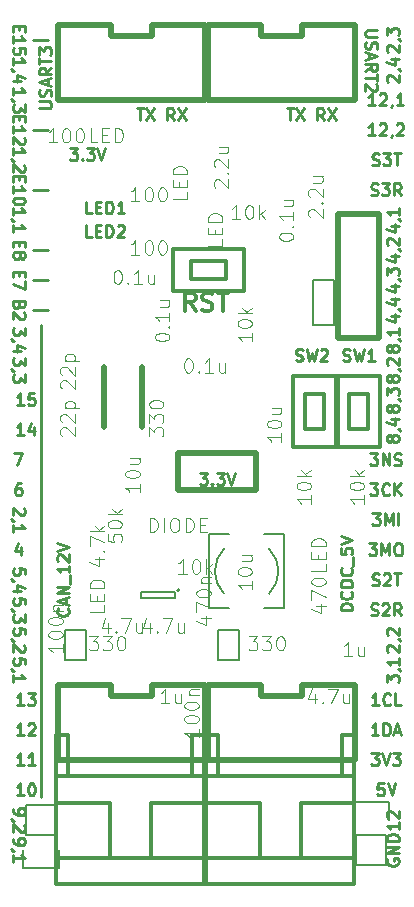
<source format=gbr>
G04 #@! TF.FileFunction,Legend,Top*
%FSLAX46Y46*%
G04 Gerber Fmt 4.6, Leading zero omitted, Abs format (unit mm)*
G04 Created by KiCad (PCBNEW 4.0.5) date 01/02/17 19:36:28*
%MOMM*%
%LPD*%
G01*
G04 APERTURE LIST*
%ADD10C,0.100000*%
%ADD11C,0.250000*%
%ADD12C,0.300000*%
%ADD13C,0.500000*%
%ADD14C,0.150000*%
%ADD15C,0.101600*%
G04 APERTURE END LIST*
D10*
D11*
X29043334Y-8072381D02*
X28710000Y-7596190D01*
X28471905Y-8072381D02*
X28471905Y-7072381D01*
X28852858Y-7072381D01*
X28948096Y-7120000D01*
X28995715Y-7167619D01*
X29043334Y-7262857D01*
X29043334Y-7405714D01*
X28995715Y-7500952D01*
X28948096Y-7548571D01*
X28852858Y-7596190D01*
X28471905Y-7596190D01*
X29376667Y-7072381D02*
X30043334Y-8072381D01*
X30043334Y-7072381D02*
X29376667Y-8072381D01*
X25908095Y-7072381D02*
X26479524Y-7072381D01*
X26193809Y-8072381D02*
X26193809Y-7072381D01*
X26717619Y-7072381D02*
X27384286Y-8072381D01*
X27384286Y-7072381D02*
X26717619Y-8072381D01*
X16343334Y-8072381D02*
X16010000Y-7596190D01*
X15771905Y-8072381D02*
X15771905Y-7072381D01*
X16152858Y-7072381D01*
X16248096Y-7120000D01*
X16295715Y-7167619D01*
X16343334Y-7262857D01*
X16343334Y-7405714D01*
X16295715Y-7500952D01*
X16248096Y-7548571D01*
X16152858Y-7596190D01*
X15771905Y-7596190D01*
X16676667Y-7072381D02*
X17343334Y-8072381D01*
X17343334Y-7072381D02*
X16676667Y-8072381D01*
X13208095Y-7072381D02*
X13779524Y-7072381D01*
X13493809Y-8072381D02*
X13493809Y-7072381D01*
X14017619Y-7072381D02*
X14684286Y-8072381D01*
X14684286Y-7072381D02*
X14017619Y-8072381D01*
X4952381Y-7047619D02*
X5761905Y-7047619D01*
X5857143Y-7000000D01*
X5904762Y-6952381D01*
X5952381Y-6857143D01*
X5952381Y-6666666D01*
X5904762Y-6571428D01*
X5857143Y-6523809D01*
X5761905Y-6476190D01*
X4952381Y-6476190D01*
X5904762Y-6047619D02*
X5952381Y-5904762D01*
X5952381Y-5666666D01*
X5904762Y-5571428D01*
X5857143Y-5523809D01*
X5761905Y-5476190D01*
X5666667Y-5476190D01*
X5571429Y-5523809D01*
X5523810Y-5571428D01*
X5476190Y-5666666D01*
X5428571Y-5857143D01*
X5380952Y-5952381D01*
X5333333Y-6000000D01*
X5238095Y-6047619D01*
X5142857Y-6047619D01*
X5047619Y-6000000D01*
X5000000Y-5952381D01*
X4952381Y-5857143D01*
X4952381Y-5619047D01*
X5000000Y-5476190D01*
X5666667Y-5095238D02*
X5666667Y-4619047D01*
X5952381Y-5190476D02*
X4952381Y-4857143D01*
X5952381Y-4523809D01*
X5952381Y-3619047D02*
X5476190Y-3952381D01*
X5952381Y-4190476D02*
X4952381Y-4190476D01*
X4952381Y-3809523D01*
X5000000Y-3714285D01*
X5047619Y-3666666D01*
X5142857Y-3619047D01*
X5285714Y-3619047D01*
X5380952Y-3666666D01*
X5428571Y-3714285D01*
X5476190Y-3809523D01*
X5476190Y-4190476D01*
X4952381Y-3333333D02*
X4952381Y-2761904D01*
X5952381Y-3047619D02*
X4952381Y-3047619D01*
X4952381Y-2523809D02*
X4952381Y-1904761D01*
X5333333Y-2238095D01*
X5333333Y-2095237D01*
X5380952Y-1999999D01*
X5428571Y-1952380D01*
X5523810Y-1904761D01*
X5761905Y-1904761D01*
X5857143Y-1952380D01*
X5904762Y-1999999D01*
X5952381Y-2095237D01*
X5952381Y-2380952D01*
X5904762Y-2476190D01*
X5857143Y-2523809D01*
X33547619Y-452381D02*
X32738095Y-452381D01*
X32642857Y-500000D01*
X32595238Y-547619D01*
X32547619Y-642857D01*
X32547619Y-833334D01*
X32595238Y-928572D01*
X32642857Y-976191D01*
X32738095Y-1023810D01*
X33547619Y-1023810D01*
X32595238Y-1452381D02*
X32547619Y-1595238D01*
X32547619Y-1833334D01*
X32595238Y-1928572D01*
X32642857Y-1976191D01*
X32738095Y-2023810D01*
X32833333Y-2023810D01*
X32928571Y-1976191D01*
X32976190Y-1928572D01*
X33023810Y-1833334D01*
X33071429Y-1642857D01*
X33119048Y-1547619D01*
X33166667Y-1500000D01*
X33261905Y-1452381D01*
X33357143Y-1452381D01*
X33452381Y-1500000D01*
X33500000Y-1547619D01*
X33547619Y-1642857D01*
X33547619Y-1880953D01*
X33500000Y-2023810D01*
X32833333Y-2404762D02*
X32833333Y-2880953D01*
X32547619Y-2309524D02*
X33547619Y-2642857D01*
X32547619Y-2976191D01*
X32547619Y-3880953D02*
X33023810Y-3547619D01*
X32547619Y-3309524D02*
X33547619Y-3309524D01*
X33547619Y-3690477D01*
X33500000Y-3785715D01*
X33452381Y-3833334D01*
X33357143Y-3880953D01*
X33214286Y-3880953D01*
X33119048Y-3833334D01*
X33071429Y-3785715D01*
X33023810Y-3690477D01*
X33023810Y-3309524D01*
X33547619Y-4166667D02*
X33547619Y-4738096D01*
X32547619Y-4452381D02*
X33547619Y-4452381D01*
X33452381Y-5023810D02*
X33500000Y-5071429D01*
X33547619Y-5166667D01*
X33547619Y-5404763D01*
X33500000Y-5500001D01*
X33452381Y-5547620D01*
X33357143Y-5595239D01*
X33261905Y-5595239D01*
X33119048Y-5547620D01*
X32547619Y-4976191D01*
X32547619Y-5595239D01*
X18523810Y-37952381D02*
X19142858Y-37952381D01*
X18809524Y-38333333D01*
X18952382Y-38333333D01*
X19047620Y-38380952D01*
X19095239Y-38428571D01*
X19142858Y-38523810D01*
X19142858Y-38761905D01*
X19095239Y-38857143D01*
X19047620Y-38904762D01*
X18952382Y-38952381D01*
X18666667Y-38952381D01*
X18571429Y-38904762D01*
X18523810Y-38857143D01*
X19571429Y-38857143D02*
X19619048Y-38904762D01*
X19571429Y-38952381D01*
X19523810Y-38904762D01*
X19571429Y-38857143D01*
X19571429Y-38952381D01*
X19952381Y-37952381D02*
X20571429Y-37952381D01*
X20238095Y-38333333D01*
X20380953Y-38333333D01*
X20476191Y-38380952D01*
X20523810Y-38428571D01*
X20571429Y-38523810D01*
X20571429Y-38761905D01*
X20523810Y-38857143D01*
X20476191Y-38904762D01*
X20380953Y-38952381D01*
X20095238Y-38952381D01*
X20000000Y-38904762D01*
X19952381Y-38857143D01*
X20857143Y-37952381D02*
X21190476Y-38952381D01*
X21523810Y-37952381D01*
X31452381Y-49547619D02*
X30452381Y-49547619D01*
X30452381Y-49309524D01*
X30500000Y-49166666D01*
X30595238Y-49071428D01*
X30690476Y-49023809D01*
X30880952Y-48976190D01*
X31023810Y-48976190D01*
X31214286Y-49023809D01*
X31309524Y-49071428D01*
X31404762Y-49166666D01*
X31452381Y-49309524D01*
X31452381Y-49547619D01*
X31357143Y-47976190D02*
X31404762Y-48023809D01*
X31452381Y-48166666D01*
X31452381Y-48261904D01*
X31404762Y-48404762D01*
X31309524Y-48500000D01*
X31214286Y-48547619D01*
X31023810Y-48595238D01*
X30880952Y-48595238D01*
X30690476Y-48547619D01*
X30595238Y-48500000D01*
X30500000Y-48404762D01*
X30452381Y-48261904D01*
X30452381Y-48166666D01*
X30500000Y-48023809D01*
X30547619Y-47976190D01*
X31452381Y-47547619D02*
X30452381Y-47547619D01*
X30452381Y-47309524D01*
X30500000Y-47166666D01*
X30595238Y-47071428D01*
X30690476Y-47023809D01*
X30880952Y-46976190D01*
X31023810Y-46976190D01*
X31214286Y-47023809D01*
X31309524Y-47071428D01*
X31404762Y-47166666D01*
X31452381Y-47309524D01*
X31452381Y-47547619D01*
X31357143Y-45976190D02*
X31404762Y-46023809D01*
X31452381Y-46166666D01*
X31452381Y-46261904D01*
X31404762Y-46404762D01*
X31309524Y-46500000D01*
X31214286Y-46547619D01*
X31023810Y-46595238D01*
X30880952Y-46595238D01*
X30690476Y-46547619D01*
X30595238Y-46500000D01*
X30500000Y-46404762D01*
X30452381Y-46261904D01*
X30452381Y-46166666D01*
X30500000Y-46023809D01*
X30547619Y-45976190D01*
X31547619Y-45785714D02*
X31547619Y-45023809D01*
X30452381Y-44309523D02*
X30452381Y-44785714D01*
X30928571Y-44833333D01*
X30880952Y-44785714D01*
X30833333Y-44690476D01*
X30833333Y-44452380D01*
X30880952Y-44357142D01*
X30928571Y-44309523D01*
X31023810Y-44261904D01*
X31261905Y-44261904D01*
X31357143Y-44309523D01*
X31404762Y-44357142D01*
X31452381Y-44452380D01*
X31452381Y-44690476D01*
X31404762Y-44785714D01*
X31357143Y-44833333D01*
X30452381Y-43976190D02*
X31452381Y-43642857D01*
X30452381Y-43309523D01*
X7357143Y-49404762D02*
X7404762Y-49452381D01*
X7452381Y-49595238D01*
X7452381Y-49690476D01*
X7404762Y-49833334D01*
X7309524Y-49928572D01*
X7214286Y-49976191D01*
X7023810Y-50023810D01*
X6880952Y-50023810D01*
X6690476Y-49976191D01*
X6595238Y-49928572D01*
X6500000Y-49833334D01*
X6452381Y-49690476D01*
X6452381Y-49595238D01*
X6500000Y-49452381D01*
X6547619Y-49404762D01*
X7166667Y-49023810D02*
X7166667Y-48547619D01*
X7452381Y-49119048D02*
X6452381Y-48785715D01*
X7452381Y-48452381D01*
X7452381Y-48119048D02*
X6452381Y-48119048D01*
X7452381Y-47547619D01*
X6452381Y-47547619D01*
X7547619Y-47309524D02*
X7547619Y-46547619D01*
X7452381Y-45785714D02*
X7452381Y-46357143D01*
X7452381Y-46071429D02*
X6452381Y-46071429D01*
X6595238Y-46166667D01*
X6690476Y-46261905D01*
X6738095Y-46357143D01*
X6547619Y-45404762D02*
X6500000Y-45357143D01*
X6452381Y-45261905D01*
X6452381Y-45023809D01*
X6500000Y-44928571D01*
X6547619Y-44880952D01*
X6642857Y-44833333D01*
X6738095Y-44833333D01*
X6880952Y-44880952D01*
X7452381Y-45452381D01*
X7452381Y-44833333D01*
X6452381Y-44547619D02*
X7452381Y-44214286D01*
X6452381Y-43880952D01*
X7523810Y-10452381D02*
X8142858Y-10452381D01*
X7809524Y-10833333D01*
X7952382Y-10833333D01*
X8047620Y-10880952D01*
X8095239Y-10928571D01*
X8142858Y-11023810D01*
X8142858Y-11261905D01*
X8095239Y-11357143D01*
X8047620Y-11404762D01*
X7952382Y-11452381D01*
X7666667Y-11452381D01*
X7571429Y-11404762D01*
X7523810Y-11357143D01*
X8571429Y-11357143D02*
X8619048Y-11404762D01*
X8571429Y-11452381D01*
X8523810Y-11404762D01*
X8571429Y-11357143D01*
X8571429Y-11452381D01*
X8952381Y-10452381D02*
X9571429Y-10452381D01*
X9238095Y-10833333D01*
X9380953Y-10833333D01*
X9476191Y-10880952D01*
X9523810Y-10928571D01*
X9571429Y-11023810D01*
X9571429Y-11261905D01*
X9523810Y-11357143D01*
X9476191Y-11404762D01*
X9380953Y-11452381D01*
X9095238Y-11452381D01*
X9000000Y-11404762D01*
X8952381Y-11357143D01*
X9857143Y-10452381D02*
X10190476Y-11452381D01*
X10523810Y-10452381D01*
X30666667Y-28404762D02*
X30809524Y-28452381D01*
X31047620Y-28452381D01*
X31142858Y-28404762D01*
X31190477Y-28357143D01*
X31238096Y-28261905D01*
X31238096Y-28166667D01*
X31190477Y-28071429D01*
X31142858Y-28023810D01*
X31047620Y-27976190D01*
X30857143Y-27928571D01*
X30761905Y-27880952D01*
X30714286Y-27833333D01*
X30666667Y-27738095D01*
X30666667Y-27642857D01*
X30714286Y-27547619D01*
X30761905Y-27500000D01*
X30857143Y-27452381D01*
X31095239Y-27452381D01*
X31238096Y-27500000D01*
X31571429Y-27452381D02*
X31809524Y-28452381D01*
X32000001Y-27738095D01*
X32190477Y-28452381D01*
X32428572Y-27452381D01*
X33333334Y-28452381D02*
X32761905Y-28452381D01*
X33047619Y-28452381D02*
X33047619Y-27452381D01*
X32952381Y-27595238D01*
X32857143Y-27690476D01*
X32761905Y-27738095D01*
X26666667Y-28404762D02*
X26809524Y-28452381D01*
X27047620Y-28452381D01*
X27142858Y-28404762D01*
X27190477Y-28357143D01*
X27238096Y-28261905D01*
X27238096Y-28166667D01*
X27190477Y-28071429D01*
X27142858Y-28023810D01*
X27047620Y-27976190D01*
X26857143Y-27928571D01*
X26761905Y-27880952D01*
X26714286Y-27833333D01*
X26666667Y-27738095D01*
X26666667Y-27642857D01*
X26714286Y-27547619D01*
X26761905Y-27500000D01*
X26857143Y-27452381D01*
X27095239Y-27452381D01*
X27238096Y-27500000D01*
X27571429Y-27452381D02*
X27809524Y-28452381D01*
X28000001Y-27738095D01*
X28190477Y-28452381D01*
X28428572Y-27452381D01*
X28761905Y-27547619D02*
X28809524Y-27500000D01*
X28904762Y-27452381D01*
X29142858Y-27452381D01*
X29238096Y-27500000D01*
X29285715Y-27547619D01*
X29333334Y-27642857D01*
X29333334Y-27738095D01*
X29285715Y-27880952D01*
X28714286Y-28452381D01*
X29333334Y-28452381D01*
X9380953Y-17952381D02*
X8904762Y-17952381D01*
X8904762Y-16952381D01*
X9714286Y-17428571D02*
X10047620Y-17428571D01*
X10190477Y-17952381D02*
X9714286Y-17952381D01*
X9714286Y-16952381D01*
X10190477Y-16952381D01*
X10619048Y-17952381D02*
X10619048Y-16952381D01*
X10857143Y-16952381D01*
X11000001Y-17000000D01*
X11095239Y-17095238D01*
X11142858Y-17190476D01*
X11190477Y-17380952D01*
X11190477Y-17523810D01*
X11142858Y-17714286D01*
X11095239Y-17809524D01*
X11000001Y-17904762D01*
X10857143Y-17952381D01*
X10619048Y-17952381D01*
X11571429Y-17047619D02*
X11619048Y-17000000D01*
X11714286Y-16952381D01*
X11952382Y-16952381D01*
X12047620Y-17000000D01*
X12095239Y-17047619D01*
X12142858Y-17142857D01*
X12142858Y-17238095D01*
X12095239Y-17380952D01*
X11523810Y-17952381D01*
X12142858Y-17952381D01*
X9380953Y-15952381D02*
X8904762Y-15952381D01*
X8904762Y-14952381D01*
X9714286Y-15428571D02*
X10047620Y-15428571D01*
X10190477Y-15952381D02*
X9714286Y-15952381D01*
X9714286Y-14952381D01*
X10190477Y-14952381D01*
X10619048Y-15952381D02*
X10619048Y-14952381D01*
X10857143Y-14952381D01*
X11000001Y-15000000D01*
X11095239Y-15095238D01*
X11142858Y-15190476D01*
X11190477Y-15380952D01*
X11190477Y-15523810D01*
X11142858Y-15714286D01*
X11095239Y-15809524D01*
X11000001Y-15904762D01*
X10857143Y-15952381D01*
X10619048Y-15952381D01*
X12142858Y-15952381D02*
X11571429Y-15952381D01*
X11857143Y-15952381D02*
X11857143Y-14952381D01*
X11761905Y-15095238D01*
X11666667Y-15190476D01*
X11571429Y-15238095D01*
D12*
X18178572Y-24178571D02*
X17678572Y-23464286D01*
X17321429Y-24178571D02*
X17321429Y-22678571D01*
X17892857Y-22678571D01*
X18035715Y-22750000D01*
X18107143Y-22821429D01*
X18178572Y-22964286D01*
X18178572Y-23178571D01*
X18107143Y-23321429D01*
X18035715Y-23392857D01*
X17892857Y-23464286D01*
X17321429Y-23464286D01*
X18750000Y-24107143D02*
X18964286Y-24178571D01*
X19321429Y-24178571D01*
X19464286Y-24107143D01*
X19535715Y-24035714D01*
X19607143Y-23892857D01*
X19607143Y-23750000D01*
X19535715Y-23607143D01*
X19464286Y-23535714D01*
X19321429Y-23464286D01*
X19035715Y-23392857D01*
X18892857Y-23321429D01*
X18821429Y-23250000D01*
X18750000Y-23107143D01*
X18750000Y-22964286D01*
X18821429Y-22821429D01*
X18892857Y-22750000D01*
X19035715Y-22678571D01*
X19392857Y-22678571D01*
X19607143Y-22750000D01*
X20035714Y-22678571D02*
X20892857Y-22678571D01*
X20464286Y-24178571D02*
X20464286Y-22678571D01*
D11*
X5080000Y-25400000D02*
X5080000Y-65405000D01*
X4445000Y-1270000D02*
X5715000Y-1270000D01*
X4445000Y-8890000D02*
X5715000Y-8890000D01*
X4445000Y-13970000D02*
X5715000Y-13970000D01*
X4445000Y-19050000D02*
X5715000Y-19050000D01*
X4445000Y-21590000D02*
X5715000Y-21590000D01*
X4445000Y-24130000D02*
X5715000Y-24130000D01*
X34425000Y-70611904D02*
X34377381Y-70707142D01*
X34377381Y-70849999D01*
X34425000Y-70992857D01*
X34520238Y-71088095D01*
X34615476Y-71135714D01*
X34805952Y-71183333D01*
X34948810Y-71183333D01*
X35139286Y-71135714D01*
X35234524Y-71088095D01*
X35329762Y-70992857D01*
X35377381Y-70849999D01*
X35377381Y-70754761D01*
X35329762Y-70611904D01*
X35282143Y-70564285D01*
X34948810Y-70564285D01*
X34948810Y-70754761D01*
X35377381Y-70135714D02*
X34377381Y-70135714D01*
X35377381Y-69564285D01*
X34377381Y-69564285D01*
X35377381Y-69088095D02*
X34377381Y-69088095D01*
X34377381Y-68850000D01*
X34425000Y-68707142D01*
X34520238Y-68611904D01*
X34615476Y-68564285D01*
X34805952Y-68516666D01*
X34948810Y-68516666D01*
X35139286Y-68564285D01*
X35234524Y-68611904D01*
X35329762Y-68707142D01*
X35377381Y-68850000D01*
X35377381Y-69088095D01*
X35377381Y-67500476D02*
X35377381Y-68071905D01*
X35377381Y-67786191D02*
X34377381Y-67786191D01*
X34520238Y-67881429D01*
X34615476Y-67976667D01*
X34663095Y-68071905D01*
X34472619Y-67119524D02*
X34425000Y-67071905D01*
X34377381Y-66976667D01*
X34377381Y-66738571D01*
X34425000Y-66643333D01*
X34472619Y-66595714D01*
X34567857Y-66548095D01*
X34663095Y-66548095D01*
X34805952Y-66595714D01*
X35377381Y-67167143D01*
X35377381Y-66548095D01*
X34099524Y-64222381D02*
X33623333Y-64222381D01*
X33575714Y-64698571D01*
X33623333Y-64650952D01*
X33718571Y-64603333D01*
X33956667Y-64603333D01*
X34051905Y-64650952D01*
X34099524Y-64698571D01*
X34147143Y-64793810D01*
X34147143Y-65031905D01*
X34099524Y-65127143D01*
X34051905Y-65174762D01*
X33956667Y-65222381D01*
X33718571Y-65222381D01*
X33623333Y-65174762D01*
X33575714Y-65127143D01*
X34432857Y-64222381D02*
X34766190Y-65222381D01*
X35099524Y-64222381D01*
X33051905Y-61682381D02*
X33670953Y-61682381D01*
X33337619Y-62063333D01*
X33480477Y-62063333D01*
X33575715Y-62110952D01*
X33623334Y-62158571D01*
X33670953Y-62253810D01*
X33670953Y-62491905D01*
X33623334Y-62587143D01*
X33575715Y-62634762D01*
X33480477Y-62682381D01*
X33194762Y-62682381D01*
X33099524Y-62634762D01*
X33051905Y-62587143D01*
X33956667Y-61682381D02*
X34290000Y-62682381D01*
X34623334Y-61682381D01*
X34861429Y-61682381D02*
X35480477Y-61682381D01*
X35147143Y-62063333D01*
X35290001Y-62063333D01*
X35385239Y-62110952D01*
X35432858Y-62158571D01*
X35480477Y-62253810D01*
X35480477Y-62491905D01*
X35432858Y-62587143D01*
X35385239Y-62634762D01*
X35290001Y-62682381D01*
X35004286Y-62682381D01*
X34909048Y-62634762D01*
X34861429Y-62587143D01*
X33670953Y-57602381D02*
X33099524Y-57602381D01*
X33385238Y-57602381D02*
X33385238Y-56602381D01*
X33290000Y-56745238D01*
X33194762Y-56840476D01*
X33099524Y-56888095D01*
X34670953Y-57507143D02*
X34623334Y-57554762D01*
X34480477Y-57602381D01*
X34385239Y-57602381D01*
X34242381Y-57554762D01*
X34147143Y-57459524D01*
X34099524Y-57364286D01*
X34051905Y-57173810D01*
X34051905Y-57030952D01*
X34099524Y-56840476D01*
X34147143Y-56745238D01*
X34242381Y-56650000D01*
X34385239Y-56602381D01*
X34480477Y-56602381D01*
X34623334Y-56650000D01*
X34670953Y-56697619D01*
X35575715Y-57602381D02*
X35099524Y-57602381D01*
X35099524Y-56602381D01*
X33647143Y-60142381D02*
X33075714Y-60142381D01*
X33361428Y-60142381D02*
X33361428Y-59142381D01*
X33266190Y-59285238D01*
X33170952Y-59380476D01*
X33075714Y-59428095D01*
X34075714Y-60142381D02*
X34075714Y-59142381D01*
X34313809Y-59142381D01*
X34456667Y-59190000D01*
X34551905Y-59285238D01*
X34599524Y-59380476D01*
X34647143Y-59570952D01*
X34647143Y-59713810D01*
X34599524Y-59904286D01*
X34551905Y-59999524D01*
X34456667Y-60094762D01*
X34313809Y-60142381D01*
X34075714Y-60142381D01*
X35028095Y-59856667D02*
X35504286Y-59856667D01*
X34932857Y-60142381D02*
X35266190Y-59142381D01*
X35599524Y-60142381D01*
X34377381Y-55657619D02*
X34377381Y-55038571D01*
X34758333Y-55371905D01*
X34758333Y-55229047D01*
X34805952Y-55133809D01*
X34853571Y-55086190D01*
X34948810Y-55038571D01*
X35186905Y-55038571D01*
X35282143Y-55086190D01*
X35329762Y-55133809D01*
X35377381Y-55229047D01*
X35377381Y-55514762D01*
X35329762Y-55610000D01*
X35282143Y-55657619D01*
X35329762Y-54562381D02*
X35377381Y-54562381D01*
X35472619Y-54610000D01*
X35520238Y-54657619D01*
X35377381Y-53610000D02*
X35377381Y-54181429D01*
X35377381Y-53895715D02*
X34377381Y-53895715D01*
X34520238Y-53990953D01*
X34615476Y-54086191D01*
X34663095Y-54181429D01*
X34472619Y-53070000D02*
X34425000Y-53022381D01*
X34377381Y-52927143D01*
X34377381Y-52689047D01*
X34425000Y-52593809D01*
X34472619Y-52546190D01*
X34567857Y-52498571D01*
X34663095Y-52498571D01*
X34805952Y-52546190D01*
X35377381Y-53117619D01*
X35377381Y-52498571D01*
X35329762Y-52022381D02*
X35377381Y-52022381D01*
X35472619Y-52070000D01*
X35520238Y-52117619D01*
X34472619Y-51641429D02*
X34425000Y-51593810D01*
X34377381Y-51498572D01*
X34377381Y-51260476D01*
X34425000Y-51165238D01*
X34472619Y-51117619D01*
X34567857Y-51070000D01*
X34663095Y-51070000D01*
X34805952Y-51117619D01*
X35377381Y-51689048D01*
X35377381Y-51070000D01*
X33028095Y-49934762D02*
X33170952Y-49982381D01*
X33409048Y-49982381D01*
X33504286Y-49934762D01*
X33551905Y-49887143D01*
X33599524Y-49791905D01*
X33599524Y-49696667D01*
X33551905Y-49601429D01*
X33504286Y-49553810D01*
X33409048Y-49506190D01*
X33218571Y-49458571D01*
X33123333Y-49410952D01*
X33075714Y-49363333D01*
X33028095Y-49268095D01*
X33028095Y-49172857D01*
X33075714Y-49077619D01*
X33123333Y-49030000D01*
X33218571Y-48982381D01*
X33456667Y-48982381D01*
X33599524Y-49030000D01*
X33980476Y-49077619D02*
X34028095Y-49030000D01*
X34123333Y-48982381D01*
X34361429Y-48982381D01*
X34456667Y-49030000D01*
X34504286Y-49077619D01*
X34551905Y-49172857D01*
X34551905Y-49268095D01*
X34504286Y-49410952D01*
X33932857Y-49982381D01*
X34551905Y-49982381D01*
X35551905Y-49982381D02*
X35218571Y-49506190D01*
X34980476Y-49982381D02*
X34980476Y-48982381D01*
X35361429Y-48982381D01*
X35456667Y-49030000D01*
X35504286Y-49077619D01*
X35551905Y-49172857D01*
X35551905Y-49315714D01*
X35504286Y-49410952D01*
X35456667Y-49458571D01*
X35361429Y-49506190D01*
X34980476Y-49506190D01*
X33147143Y-47394762D02*
X33290000Y-47442381D01*
X33528096Y-47442381D01*
X33623334Y-47394762D01*
X33670953Y-47347143D01*
X33718572Y-47251905D01*
X33718572Y-47156667D01*
X33670953Y-47061429D01*
X33623334Y-47013810D01*
X33528096Y-46966190D01*
X33337619Y-46918571D01*
X33242381Y-46870952D01*
X33194762Y-46823333D01*
X33147143Y-46728095D01*
X33147143Y-46632857D01*
X33194762Y-46537619D01*
X33242381Y-46490000D01*
X33337619Y-46442381D01*
X33575715Y-46442381D01*
X33718572Y-46490000D01*
X34099524Y-46537619D02*
X34147143Y-46490000D01*
X34242381Y-46442381D01*
X34480477Y-46442381D01*
X34575715Y-46490000D01*
X34623334Y-46537619D01*
X34670953Y-46632857D01*
X34670953Y-46728095D01*
X34623334Y-46870952D01*
X34051905Y-47442381D01*
X34670953Y-47442381D01*
X34956667Y-46442381D02*
X35528096Y-46442381D01*
X35242381Y-47442381D02*
X35242381Y-46442381D01*
X32861429Y-43902381D02*
X33480477Y-43902381D01*
X33147143Y-44283333D01*
X33290001Y-44283333D01*
X33385239Y-44330952D01*
X33432858Y-44378571D01*
X33480477Y-44473810D01*
X33480477Y-44711905D01*
X33432858Y-44807143D01*
X33385239Y-44854762D01*
X33290001Y-44902381D01*
X33004286Y-44902381D01*
X32909048Y-44854762D01*
X32861429Y-44807143D01*
X33909048Y-44902381D02*
X33909048Y-43902381D01*
X34242382Y-44616667D01*
X34575715Y-43902381D01*
X34575715Y-44902381D01*
X35242381Y-43902381D02*
X35432858Y-43902381D01*
X35528096Y-43950000D01*
X35623334Y-44045238D01*
X35670953Y-44235714D01*
X35670953Y-44569048D01*
X35623334Y-44759524D01*
X35528096Y-44854762D01*
X35432858Y-44902381D01*
X35242381Y-44902381D01*
X35147143Y-44854762D01*
X35051905Y-44759524D01*
X35004286Y-44569048D01*
X35004286Y-44235714D01*
X35051905Y-44045238D01*
X35147143Y-43950000D01*
X35242381Y-43902381D01*
X33147143Y-41362381D02*
X33766191Y-41362381D01*
X33432857Y-41743333D01*
X33575715Y-41743333D01*
X33670953Y-41790952D01*
X33718572Y-41838571D01*
X33766191Y-41933810D01*
X33766191Y-42171905D01*
X33718572Y-42267143D01*
X33670953Y-42314762D01*
X33575715Y-42362381D01*
X33290000Y-42362381D01*
X33194762Y-42314762D01*
X33147143Y-42267143D01*
X34194762Y-42362381D02*
X34194762Y-41362381D01*
X34528096Y-42076667D01*
X34861429Y-41362381D01*
X34861429Y-42362381D01*
X35337619Y-42362381D02*
X35337619Y-41362381D01*
X32956667Y-38822381D02*
X33575715Y-38822381D01*
X33242381Y-39203333D01*
X33385239Y-39203333D01*
X33480477Y-39250952D01*
X33528096Y-39298571D01*
X33575715Y-39393810D01*
X33575715Y-39631905D01*
X33528096Y-39727143D01*
X33480477Y-39774762D01*
X33385239Y-39822381D01*
X33099524Y-39822381D01*
X33004286Y-39774762D01*
X32956667Y-39727143D01*
X34575715Y-39727143D02*
X34528096Y-39774762D01*
X34385239Y-39822381D01*
X34290001Y-39822381D01*
X34147143Y-39774762D01*
X34051905Y-39679524D01*
X34004286Y-39584286D01*
X33956667Y-39393810D01*
X33956667Y-39250952D01*
X34004286Y-39060476D01*
X34051905Y-38965238D01*
X34147143Y-38870000D01*
X34290001Y-38822381D01*
X34385239Y-38822381D01*
X34528096Y-38870000D01*
X34575715Y-38917619D01*
X35004286Y-39822381D02*
X35004286Y-38822381D01*
X35575715Y-39822381D02*
X35147143Y-39250952D01*
X35575715Y-38822381D02*
X35004286Y-39393810D01*
X32956667Y-36282381D02*
X33575715Y-36282381D01*
X33242381Y-36663333D01*
X33385239Y-36663333D01*
X33480477Y-36710952D01*
X33528096Y-36758571D01*
X33575715Y-36853810D01*
X33575715Y-37091905D01*
X33528096Y-37187143D01*
X33480477Y-37234762D01*
X33385239Y-37282381D01*
X33099524Y-37282381D01*
X33004286Y-37234762D01*
X32956667Y-37187143D01*
X34004286Y-37282381D02*
X34004286Y-36282381D01*
X34575715Y-37282381D01*
X34575715Y-36282381D01*
X35004286Y-37234762D02*
X35147143Y-37282381D01*
X35385239Y-37282381D01*
X35480477Y-37234762D01*
X35528096Y-37187143D01*
X35575715Y-37091905D01*
X35575715Y-36996667D01*
X35528096Y-36901429D01*
X35480477Y-36853810D01*
X35385239Y-36806190D01*
X35194762Y-36758571D01*
X35099524Y-36710952D01*
X35051905Y-36663333D01*
X35004286Y-36568095D01*
X35004286Y-36472857D01*
X35051905Y-36377619D01*
X35099524Y-36330000D01*
X35194762Y-36282381D01*
X35432858Y-36282381D01*
X35575715Y-36330000D01*
X34805952Y-35099524D02*
X34758333Y-35194762D01*
X34710714Y-35242381D01*
X34615476Y-35290000D01*
X34567857Y-35290000D01*
X34472619Y-35242381D01*
X34425000Y-35194762D01*
X34377381Y-35099524D01*
X34377381Y-34909047D01*
X34425000Y-34813809D01*
X34472619Y-34766190D01*
X34567857Y-34718571D01*
X34615476Y-34718571D01*
X34710714Y-34766190D01*
X34758333Y-34813809D01*
X34805952Y-34909047D01*
X34805952Y-35099524D01*
X34853571Y-35194762D01*
X34901190Y-35242381D01*
X34996429Y-35290000D01*
X35186905Y-35290000D01*
X35282143Y-35242381D01*
X35329762Y-35194762D01*
X35377381Y-35099524D01*
X35377381Y-34909047D01*
X35329762Y-34813809D01*
X35282143Y-34766190D01*
X35186905Y-34718571D01*
X34996429Y-34718571D01*
X34901190Y-34766190D01*
X34853571Y-34813809D01*
X34805952Y-34909047D01*
X35329762Y-34242381D02*
X35377381Y-34242381D01*
X35472619Y-34290000D01*
X35520238Y-34337619D01*
X34710714Y-33385238D02*
X35377381Y-33385238D01*
X34329762Y-33623334D02*
X35044048Y-33861429D01*
X35044048Y-33242381D01*
X34805952Y-32559524D02*
X34758333Y-32654762D01*
X34710714Y-32702381D01*
X34615476Y-32750000D01*
X34567857Y-32750000D01*
X34472619Y-32702381D01*
X34425000Y-32654762D01*
X34377381Y-32559524D01*
X34377381Y-32369047D01*
X34425000Y-32273809D01*
X34472619Y-32226190D01*
X34567857Y-32178571D01*
X34615476Y-32178571D01*
X34710714Y-32226190D01*
X34758333Y-32273809D01*
X34805952Y-32369047D01*
X34805952Y-32559524D01*
X34853571Y-32654762D01*
X34901190Y-32702381D01*
X34996429Y-32750000D01*
X35186905Y-32750000D01*
X35282143Y-32702381D01*
X35329762Y-32654762D01*
X35377381Y-32559524D01*
X35377381Y-32369047D01*
X35329762Y-32273809D01*
X35282143Y-32226190D01*
X35186905Y-32178571D01*
X34996429Y-32178571D01*
X34901190Y-32226190D01*
X34853571Y-32273809D01*
X34805952Y-32369047D01*
X35329762Y-31702381D02*
X35377381Y-31702381D01*
X35472619Y-31750000D01*
X35520238Y-31797619D01*
X34377381Y-31369048D02*
X34377381Y-30750000D01*
X34758333Y-31083334D01*
X34758333Y-30940476D01*
X34805952Y-30845238D01*
X34853571Y-30797619D01*
X34948810Y-30750000D01*
X35186905Y-30750000D01*
X35282143Y-30797619D01*
X35329762Y-30845238D01*
X35377381Y-30940476D01*
X35377381Y-31226191D01*
X35329762Y-31321429D01*
X35282143Y-31369048D01*
X34805952Y-30019524D02*
X34758333Y-30114762D01*
X34710714Y-30162381D01*
X34615476Y-30210000D01*
X34567857Y-30210000D01*
X34472619Y-30162381D01*
X34425000Y-30114762D01*
X34377381Y-30019524D01*
X34377381Y-29829047D01*
X34425000Y-29733809D01*
X34472619Y-29686190D01*
X34567857Y-29638571D01*
X34615476Y-29638571D01*
X34710714Y-29686190D01*
X34758333Y-29733809D01*
X34805952Y-29829047D01*
X34805952Y-30019524D01*
X34853571Y-30114762D01*
X34901190Y-30162381D01*
X34996429Y-30210000D01*
X35186905Y-30210000D01*
X35282143Y-30162381D01*
X35329762Y-30114762D01*
X35377381Y-30019524D01*
X35377381Y-29829047D01*
X35329762Y-29733809D01*
X35282143Y-29686190D01*
X35186905Y-29638571D01*
X34996429Y-29638571D01*
X34901190Y-29686190D01*
X34853571Y-29733809D01*
X34805952Y-29829047D01*
X35329762Y-29162381D02*
X35377381Y-29162381D01*
X35472619Y-29210000D01*
X35520238Y-29257619D01*
X34472619Y-28781429D02*
X34425000Y-28733810D01*
X34377381Y-28638572D01*
X34377381Y-28400476D01*
X34425000Y-28305238D01*
X34472619Y-28257619D01*
X34567857Y-28210000D01*
X34663095Y-28210000D01*
X34805952Y-28257619D01*
X35377381Y-28829048D01*
X35377381Y-28210000D01*
X34805952Y-27479524D02*
X34758333Y-27574762D01*
X34710714Y-27622381D01*
X34615476Y-27670000D01*
X34567857Y-27670000D01*
X34472619Y-27622381D01*
X34425000Y-27574762D01*
X34377381Y-27479524D01*
X34377381Y-27289047D01*
X34425000Y-27193809D01*
X34472619Y-27146190D01*
X34567857Y-27098571D01*
X34615476Y-27098571D01*
X34710714Y-27146190D01*
X34758333Y-27193809D01*
X34805952Y-27289047D01*
X34805952Y-27479524D01*
X34853571Y-27574762D01*
X34901190Y-27622381D01*
X34996429Y-27670000D01*
X35186905Y-27670000D01*
X35282143Y-27622381D01*
X35329762Y-27574762D01*
X35377381Y-27479524D01*
X35377381Y-27289047D01*
X35329762Y-27193809D01*
X35282143Y-27146190D01*
X35186905Y-27098571D01*
X34996429Y-27098571D01*
X34901190Y-27146190D01*
X34853571Y-27193809D01*
X34805952Y-27289047D01*
X35329762Y-26622381D02*
X35377381Y-26622381D01*
X35472619Y-26670000D01*
X35520238Y-26717619D01*
X35377381Y-25670000D02*
X35377381Y-26241429D01*
X35377381Y-25955715D02*
X34377381Y-25955715D01*
X34520238Y-26050953D01*
X34615476Y-26146191D01*
X34663095Y-26241429D01*
X34710714Y-24653809D02*
X35377381Y-24653809D01*
X34329762Y-24891905D02*
X35044048Y-25130000D01*
X35044048Y-24510952D01*
X35329762Y-24082381D02*
X35377381Y-24082381D01*
X35472619Y-24130000D01*
X35520238Y-24177619D01*
X34710714Y-23225238D02*
X35377381Y-23225238D01*
X34329762Y-23463334D02*
X35044048Y-23701429D01*
X35044048Y-23082381D01*
X34710714Y-22113809D02*
X35377381Y-22113809D01*
X34329762Y-22351905D02*
X35044048Y-22590000D01*
X35044048Y-21970952D01*
X35329762Y-21542381D02*
X35377381Y-21542381D01*
X35472619Y-21590000D01*
X35520238Y-21637619D01*
X34377381Y-21209048D02*
X34377381Y-20590000D01*
X34758333Y-20923334D01*
X34758333Y-20780476D01*
X34805952Y-20685238D01*
X34853571Y-20637619D01*
X34948810Y-20590000D01*
X35186905Y-20590000D01*
X35282143Y-20637619D01*
X35329762Y-20685238D01*
X35377381Y-20780476D01*
X35377381Y-21066191D01*
X35329762Y-21161429D01*
X35282143Y-21209048D01*
X34710714Y-19573809D02*
X35377381Y-19573809D01*
X34329762Y-19811905D02*
X35044048Y-20050000D01*
X35044048Y-19430952D01*
X35329762Y-19002381D02*
X35377381Y-19002381D01*
X35472619Y-19050000D01*
X35520238Y-19097619D01*
X34472619Y-18621429D02*
X34425000Y-18573810D01*
X34377381Y-18478572D01*
X34377381Y-18240476D01*
X34425000Y-18145238D01*
X34472619Y-18097619D01*
X34567857Y-18050000D01*
X34663095Y-18050000D01*
X34805952Y-18097619D01*
X35377381Y-18669048D01*
X35377381Y-18050000D01*
X34710714Y-17033809D02*
X35377381Y-17033809D01*
X34329762Y-17271905D02*
X35044048Y-17510000D01*
X35044048Y-16890952D01*
X35329762Y-16462381D02*
X35377381Y-16462381D01*
X35472619Y-16510000D01*
X35520238Y-16557619D01*
X35377381Y-15510000D02*
X35377381Y-16081429D01*
X35377381Y-15795715D02*
X34377381Y-15795715D01*
X34520238Y-15890953D01*
X34615476Y-15986191D01*
X34663095Y-16081429D01*
X33028095Y-14374762D02*
X33170952Y-14422381D01*
X33409048Y-14422381D01*
X33504286Y-14374762D01*
X33551905Y-14327143D01*
X33599524Y-14231905D01*
X33599524Y-14136667D01*
X33551905Y-14041429D01*
X33504286Y-13993810D01*
X33409048Y-13946190D01*
X33218571Y-13898571D01*
X33123333Y-13850952D01*
X33075714Y-13803333D01*
X33028095Y-13708095D01*
X33028095Y-13612857D01*
X33075714Y-13517619D01*
X33123333Y-13470000D01*
X33218571Y-13422381D01*
X33456667Y-13422381D01*
X33599524Y-13470000D01*
X33932857Y-13422381D02*
X34551905Y-13422381D01*
X34218571Y-13803333D01*
X34361429Y-13803333D01*
X34456667Y-13850952D01*
X34504286Y-13898571D01*
X34551905Y-13993810D01*
X34551905Y-14231905D01*
X34504286Y-14327143D01*
X34456667Y-14374762D01*
X34361429Y-14422381D01*
X34075714Y-14422381D01*
X33980476Y-14374762D01*
X33932857Y-14327143D01*
X35551905Y-14422381D02*
X35218571Y-13946190D01*
X34980476Y-14422381D02*
X34980476Y-13422381D01*
X35361429Y-13422381D01*
X35456667Y-13470000D01*
X35504286Y-13517619D01*
X35551905Y-13612857D01*
X35551905Y-13755714D01*
X35504286Y-13850952D01*
X35456667Y-13898571D01*
X35361429Y-13946190D01*
X34980476Y-13946190D01*
X33147143Y-11834762D02*
X33290000Y-11882381D01*
X33528096Y-11882381D01*
X33623334Y-11834762D01*
X33670953Y-11787143D01*
X33718572Y-11691905D01*
X33718572Y-11596667D01*
X33670953Y-11501429D01*
X33623334Y-11453810D01*
X33528096Y-11406190D01*
X33337619Y-11358571D01*
X33242381Y-11310952D01*
X33194762Y-11263333D01*
X33147143Y-11168095D01*
X33147143Y-11072857D01*
X33194762Y-10977619D01*
X33242381Y-10930000D01*
X33337619Y-10882381D01*
X33575715Y-10882381D01*
X33718572Y-10930000D01*
X34051905Y-10882381D02*
X34670953Y-10882381D01*
X34337619Y-11263333D01*
X34480477Y-11263333D01*
X34575715Y-11310952D01*
X34623334Y-11358571D01*
X34670953Y-11453810D01*
X34670953Y-11691905D01*
X34623334Y-11787143D01*
X34575715Y-11834762D01*
X34480477Y-11882381D01*
X34194762Y-11882381D01*
X34099524Y-11834762D01*
X34051905Y-11787143D01*
X34956667Y-10882381D02*
X35528096Y-10882381D01*
X35242381Y-11882381D02*
X35242381Y-10882381D01*
X33385239Y-9342381D02*
X32813810Y-9342381D01*
X33099524Y-9342381D02*
X33099524Y-8342381D01*
X33004286Y-8485238D01*
X32909048Y-8580476D01*
X32813810Y-8628095D01*
X33766191Y-8437619D02*
X33813810Y-8390000D01*
X33909048Y-8342381D01*
X34147144Y-8342381D01*
X34242382Y-8390000D01*
X34290001Y-8437619D01*
X34337620Y-8532857D01*
X34337620Y-8628095D01*
X34290001Y-8770952D01*
X33718572Y-9342381D01*
X34337620Y-9342381D01*
X34813810Y-9294762D02*
X34813810Y-9342381D01*
X34766191Y-9437619D01*
X34718572Y-9485238D01*
X35194762Y-8437619D02*
X35242381Y-8390000D01*
X35337619Y-8342381D01*
X35575715Y-8342381D01*
X35670953Y-8390000D01*
X35718572Y-8437619D01*
X35766191Y-8532857D01*
X35766191Y-8628095D01*
X35718572Y-8770952D01*
X35147143Y-9342381D01*
X35766191Y-9342381D01*
X33385239Y-6802381D02*
X32813810Y-6802381D01*
X33099524Y-6802381D02*
X33099524Y-5802381D01*
X33004286Y-5945238D01*
X32909048Y-6040476D01*
X32813810Y-6088095D01*
X33766191Y-5897619D02*
X33813810Y-5850000D01*
X33909048Y-5802381D01*
X34147144Y-5802381D01*
X34242382Y-5850000D01*
X34290001Y-5897619D01*
X34337620Y-5992857D01*
X34337620Y-6088095D01*
X34290001Y-6230952D01*
X33718572Y-6802381D01*
X34337620Y-6802381D01*
X34813810Y-6754762D02*
X34813810Y-6802381D01*
X34766191Y-6897619D01*
X34718572Y-6945238D01*
X35766191Y-6802381D02*
X35194762Y-6802381D01*
X35480476Y-6802381D02*
X35480476Y-5802381D01*
X35385238Y-5945238D01*
X35290000Y-6040476D01*
X35194762Y-6088095D01*
X34472619Y-4810000D02*
X34425000Y-4762381D01*
X34377381Y-4667143D01*
X34377381Y-4429047D01*
X34425000Y-4333809D01*
X34472619Y-4286190D01*
X34567857Y-4238571D01*
X34663095Y-4238571D01*
X34805952Y-4286190D01*
X35377381Y-4857619D01*
X35377381Y-4238571D01*
X35329762Y-3762381D02*
X35377381Y-3762381D01*
X35472619Y-3810000D01*
X35520238Y-3857619D01*
X34710714Y-2905238D02*
X35377381Y-2905238D01*
X34329762Y-3143334D02*
X35044048Y-3381429D01*
X35044048Y-2762381D01*
X34472619Y-2270000D02*
X34425000Y-2222381D01*
X34377381Y-2127143D01*
X34377381Y-1889047D01*
X34425000Y-1793809D01*
X34472619Y-1746190D01*
X34567857Y-1698571D01*
X34663095Y-1698571D01*
X34805952Y-1746190D01*
X35377381Y-2317619D01*
X35377381Y-1698571D01*
X35329762Y-1222381D02*
X35377381Y-1222381D01*
X35472619Y-1270000D01*
X35520238Y-1317619D01*
X34377381Y-889048D02*
X34377381Y-270000D01*
X34758333Y-603334D01*
X34758333Y-460476D01*
X34805952Y-365238D01*
X34853571Y-317619D01*
X34948810Y-270000D01*
X35186905Y-270000D01*
X35282143Y-317619D01*
X35329762Y-365238D01*
X35377381Y-460476D01*
X35377381Y-746191D01*
X35329762Y-841429D01*
X35282143Y-889048D01*
X2722619Y-66405238D02*
X2722619Y-66595714D01*
X2770238Y-66690953D01*
X2817857Y-66738572D01*
X2960714Y-66833810D01*
X3151190Y-66881429D01*
X3532143Y-66881429D01*
X3627381Y-66833810D01*
X3675000Y-66786191D01*
X3722619Y-66690953D01*
X3722619Y-66500476D01*
X3675000Y-66405238D01*
X3627381Y-66357619D01*
X3532143Y-66310000D01*
X3294048Y-66310000D01*
X3198810Y-66357619D01*
X3151190Y-66405238D01*
X3103571Y-66500476D01*
X3103571Y-66690953D01*
X3151190Y-66786191D01*
X3198810Y-66833810D01*
X3294048Y-66881429D01*
X2770238Y-67357619D02*
X2722619Y-67357619D01*
X2627381Y-67310000D01*
X2579762Y-67262381D01*
X3627381Y-67738571D02*
X3675000Y-67786190D01*
X3722619Y-67881428D01*
X3722619Y-68119524D01*
X3675000Y-68214762D01*
X3627381Y-68262381D01*
X3532143Y-68310000D01*
X3436905Y-68310000D01*
X3294048Y-68262381D01*
X2722619Y-67690952D01*
X2722619Y-68310000D01*
X2722619Y-68945238D02*
X2722619Y-69135714D01*
X2770238Y-69230953D01*
X2817857Y-69278572D01*
X2960714Y-69373810D01*
X3151190Y-69421429D01*
X3532143Y-69421429D01*
X3627381Y-69373810D01*
X3675000Y-69326191D01*
X3722619Y-69230953D01*
X3722619Y-69040476D01*
X3675000Y-68945238D01*
X3627381Y-68897619D01*
X3532143Y-68850000D01*
X3294048Y-68850000D01*
X3198810Y-68897619D01*
X3151190Y-68945238D01*
X3103571Y-69040476D01*
X3103571Y-69230953D01*
X3151190Y-69326191D01*
X3198810Y-69373810D01*
X3294048Y-69421429D01*
X2770238Y-69897619D02*
X2722619Y-69897619D01*
X2627381Y-69850000D01*
X2579762Y-69802381D01*
X2722619Y-70850000D02*
X2722619Y-70278571D01*
X2722619Y-70564285D02*
X3722619Y-70564285D01*
X3579762Y-70469047D01*
X3484524Y-70373809D01*
X3436905Y-70278571D01*
X3619524Y-65222381D02*
X3048095Y-65222381D01*
X3333809Y-65222381D02*
X3333809Y-64222381D01*
X3238571Y-64365238D01*
X3143333Y-64460476D01*
X3048095Y-64508095D01*
X4238571Y-64222381D02*
X4333810Y-64222381D01*
X4429048Y-64270000D01*
X4476667Y-64317619D01*
X4524286Y-64412857D01*
X4571905Y-64603333D01*
X4571905Y-64841429D01*
X4524286Y-65031905D01*
X4476667Y-65127143D01*
X4429048Y-65174762D01*
X4333810Y-65222381D01*
X4238571Y-65222381D01*
X4143333Y-65174762D01*
X4095714Y-65127143D01*
X4048095Y-65031905D01*
X4000476Y-64841429D01*
X4000476Y-64603333D01*
X4048095Y-64412857D01*
X4095714Y-64317619D01*
X4143333Y-64270000D01*
X4238571Y-64222381D01*
X3619524Y-62682381D02*
X3048095Y-62682381D01*
X3333809Y-62682381D02*
X3333809Y-61682381D01*
X3238571Y-61825238D01*
X3143333Y-61920476D01*
X3048095Y-61968095D01*
X4571905Y-62682381D02*
X4000476Y-62682381D01*
X4286190Y-62682381D02*
X4286190Y-61682381D01*
X4190952Y-61825238D01*
X4095714Y-61920476D01*
X4000476Y-61968095D01*
X3619524Y-60142381D02*
X3048095Y-60142381D01*
X3333809Y-60142381D02*
X3333809Y-59142381D01*
X3238571Y-59285238D01*
X3143333Y-59380476D01*
X3048095Y-59428095D01*
X4000476Y-59237619D02*
X4048095Y-59190000D01*
X4143333Y-59142381D01*
X4381429Y-59142381D01*
X4476667Y-59190000D01*
X4524286Y-59237619D01*
X4571905Y-59332857D01*
X4571905Y-59428095D01*
X4524286Y-59570952D01*
X3952857Y-60142381D01*
X4571905Y-60142381D01*
X3619524Y-57602381D02*
X3048095Y-57602381D01*
X3333809Y-57602381D02*
X3333809Y-56602381D01*
X3238571Y-56745238D01*
X3143333Y-56840476D01*
X3048095Y-56888095D01*
X3952857Y-56602381D02*
X4571905Y-56602381D01*
X4238571Y-56983333D01*
X4381429Y-56983333D01*
X4476667Y-57030952D01*
X4524286Y-57078571D01*
X4571905Y-57173810D01*
X4571905Y-57411905D01*
X4524286Y-57507143D01*
X4476667Y-57554762D01*
X4381429Y-57602381D01*
X4095714Y-57602381D01*
X4000476Y-57554762D01*
X3952857Y-57507143D01*
X3722619Y-54133810D02*
X3722619Y-53657619D01*
X3246429Y-53610000D01*
X3294048Y-53657619D01*
X3341667Y-53752857D01*
X3341667Y-53990953D01*
X3294048Y-54086191D01*
X3246429Y-54133810D01*
X3151190Y-54181429D01*
X2913095Y-54181429D01*
X2817857Y-54133810D01*
X2770238Y-54086191D01*
X2722619Y-53990953D01*
X2722619Y-53752857D01*
X2770238Y-53657619D01*
X2817857Y-53610000D01*
X2770238Y-54657619D02*
X2722619Y-54657619D01*
X2627381Y-54610000D01*
X2579762Y-54562381D01*
X2722619Y-55610000D02*
X2722619Y-55038571D01*
X2722619Y-55324285D02*
X3722619Y-55324285D01*
X3579762Y-55229047D01*
X3484524Y-55133809D01*
X3436905Y-55038571D01*
X3722619Y-51593810D02*
X3722619Y-51117619D01*
X3246429Y-51070000D01*
X3294048Y-51117619D01*
X3341667Y-51212857D01*
X3341667Y-51450953D01*
X3294048Y-51546191D01*
X3246429Y-51593810D01*
X3151190Y-51641429D01*
X2913095Y-51641429D01*
X2817857Y-51593810D01*
X2770238Y-51546191D01*
X2722619Y-51450953D01*
X2722619Y-51212857D01*
X2770238Y-51117619D01*
X2817857Y-51070000D01*
X2770238Y-52117619D02*
X2722619Y-52117619D01*
X2627381Y-52070000D01*
X2579762Y-52022381D01*
X3627381Y-52498571D02*
X3675000Y-52546190D01*
X3722619Y-52641428D01*
X3722619Y-52879524D01*
X3675000Y-52974762D01*
X3627381Y-53022381D01*
X3532143Y-53070000D01*
X3436905Y-53070000D01*
X3294048Y-53022381D01*
X2722619Y-52450952D01*
X2722619Y-53070000D01*
X3722619Y-49053810D02*
X3722619Y-48577619D01*
X3246429Y-48530000D01*
X3294048Y-48577619D01*
X3341667Y-48672857D01*
X3341667Y-48910953D01*
X3294048Y-49006191D01*
X3246429Y-49053810D01*
X3151190Y-49101429D01*
X2913095Y-49101429D01*
X2817857Y-49053810D01*
X2770238Y-49006191D01*
X2722619Y-48910953D01*
X2722619Y-48672857D01*
X2770238Y-48577619D01*
X2817857Y-48530000D01*
X2770238Y-49577619D02*
X2722619Y-49577619D01*
X2627381Y-49530000D01*
X2579762Y-49482381D01*
X3722619Y-49910952D02*
X3722619Y-50530000D01*
X3341667Y-50196666D01*
X3341667Y-50339524D01*
X3294048Y-50434762D01*
X3246429Y-50482381D01*
X3151190Y-50530000D01*
X2913095Y-50530000D01*
X2817857Y-50482381D01*
X2770238Y-50434762D01*
X2722619Y-50339524D01*
X2722619Y-50053809D01*
X2770238Y-49958571D01*
X2817857Y-49910952D01*
X3722619Y-46513810D02*
X3722619Y-46037619D01*
X3246429Y-45990000D01*
X3294048Y-46037619D01*
X3341667Y-46132857D01*
X3341667Y-46370953D01*
X3294048Y-46466191D01*
X3246429Y-46513810D01*
X3151190Y-46561429D01*
X2913095Y-46561429D01*
X2817857Y-46513810D01*
X2770238Y-46466191D01*
X2722619Y-46370953D01*
X2722619Y-46132857D01*
X2770238Y-46037619D01*
X2817857Y-45990000D01*
X2770238Y-47037619D02*
X2722619Y-47037619D01*
X2627381Y-46990000D01*
X2579762Y-46942381D01*
X3389286Y-47894762D02*
X2722619Y-47894762D01*
X3770238Y-47656666D02*
X3055952Y-47418571D01*
X3055952Y-48037619D01*
X3365477Y-44235714D02*
X3365477Y-44902381D01*
X3127381Y-43854762D02*
X2889286Y-44569048D01*
X3508334Y-44569048D01*
X3627381Y-40910000D02*
X3675000Y-40957619D01*
X3722619Y-41052857D01*
X3722619Y-41290953D01*
X3675000Y-41386191D01*
X3627381Y-41433810D01*
X3532143Y-41481429D01*
X3436905Y-41481429D01*
X3294048Y-41433810D01*
X2722619Y-40862381D01*
X2722619Y-41481429D01*
X2770238Y-41957619D02*
X2722619Y-41957619D01*
X2627381Y-41910000D01*
X2579762Y-41862381D01*
X2722619Y-42910000D02*
X2722619Y-42338571D01*
X2722619Y-42624285D02*
X3722619Y-42624285D01*
X3579762Y-42529047D01*
X3484524Y-42433809D01*
X3436905Y-42338571D01*
X3365477Y-38822381D02*
X3175000Y-38822381D01*
X3079762Y-38870000D01*
X3032143Y-38917619D01*
X2936905Y-39060476D01*
X2889286Y-39250952D01*
X2889286Y-39631905D01*
X2936905Y-39727143D01*
X2984524Y-39774762D01*
X3079762Y-39822381D01*
X3270239Y-39822381D01*
X3365477Y-39774762D01*
X3413096Y-39727143D01*
X3460715Y-39631905D01*
X3460715Y-39393810D01*
X3413096Y-39298571D01*
X3365477Y-39250952D01*
X3270239Y-39203333D01*
X3079762Y-39203333D01*
X2984524Y-39250952D01*
X2936905Y-39298571D01*
X2889286Y-39393810D01*
X2841667Y-36282381D02*
X3508334Y-36282381D01*
X3079762Y-37282381D01*
X3619524Y-34742381D02*
X3048095Y-34742381D01*
X3333809Y-34742381D02*
X3333809Y-33742381D01*
X3238571Y-33885238D01*
X3143333Y-33980476D01*
X3048095Y-34028095D01*
X4476667Y-34075714D02*
X4476667Y-34742381D01*
X4238571Y-33694762D02*
X4000476Y-34409048D01*
X4619524Y-34409048D01*
X3619524Y-32202381D02*
X3048095Y-32202381D01*
X3333809Y-32202381D02*
X3333809Y-31202381D01*
X3238571Y-31345238D01*
X3143333Y-31440476D01*
X3048095Y-31488095D01*
X4524286Y-31202381D02*
X4048095Y-31202381D01*
X4000476Y-31678571D01*
X4048095Y-31630952D01*
X4143333Y-31583333D01*
X4381429Y-31583333D01*
X4476667Y-31630952D01*
X4524286Y-31678571D01*
X4571905Y-31773810D01*
X4571905Y-32011905D01*
X4524286Y-32107143D01*
X4476667Y-32154762D01*
X4381429Y-32202381D01*
X4143333Y-32202381D01*
X4048095Y-32154762D01*
X4000476Y-32107143D01*
X3722619Y-28162381D02*
X3722619Y-28781429D01*
X3341667Y-28448095D01*
X3341667Y-28590953D01*
X3294048Y-28686191D01*
X3246429Y-28733810D01*
X3151190Y-28781429D01*
X2913095Y-28781429D01*
X2817857Y-28733810D01*
X2770238Y-28686191D01*
X2722619Y-28590953D01*
X2722619Y-28305238D01*
X2770238Y-28210000D01*
X2817857Y-28162381D01*
X2770238Y-29257619D02*
X2722619Y-29257619D01*
X2627381Y-29210000D01*
X2579762Y-29162381D01*
X3722619Y-29590952D02*
X3722619Y-30210000D01*
X3341667Y-29876666D01*
X3341667Y-30019524D01*
X3294048Y-30114762D01*
X3246429Y-30162381D01*
X3151190Y-30210000D01*
X2913095Y-30210000D01*
X2817857Y-30162381D01*
X2770238Y-30114762D01*
X2722619Y-30019524D01*
X2722619Y-29733809D01*
X2770238Y-29638571D01*
X2817857Y-29590952D01*
X3722619Y-25622381D02*
X3722619Y-26241429D01*
X3341667Y-25908095D01*
X3341667Y-26050953D01*
X3294048Y-26146191D01*
X3246429Y-26193810D01*
X3151190Y-26241429D01*
X2913095Y-26241429D01*
X2817857Y-26193810D01*
X2770238Y-26146191D01*
X2722619Y-26050953D01*
X2722619Y-25765238D01*
X2770238Y-25670000D01*
X2817857Y-25622381D01*
X2770238Y-26717619D02*
X2722619Y-26717619D01*
X2627381Y-26670000D01*
X2579762Y-26622381D01*
X3389286Y-27574762D02*
X2722619Y-27574762D01*
X3770238Y-27336666D02*
X3055952Y-27098571D01*
X3055952Y-27717619D01*
X3246429Y-23725239D02*
X3198810Y-23868096D01*
X3151190Y-23915715D01*
X3055952Y-23963334D01*
X2913095Y-23963334D01*
X2817857Y-23915715D01*
X2770238Y-23868096D01*
X2722619Y-23772858D01*
X2722619Y-23391905D01*
X3722619Y-23391905D01*
X3722619Y-23725239D01*
X3675000Y-23820477D01*
X3627381Y-23868096D01*
X3532143Y-23915715D01*
X3436905Y-23915715D01*
X3341667Y-23868096D01*
X3294048Y-23820477D01*
X3246429Y-23725239D01*
X3246429Y-23391905D01*
X3627381Y-24344286D02*
X3675000Y-24391905D01*
X3722619Y-24487143D01*
X3722619Y-24725239D01*
X3675000Y-24820477D01*
X3627381Y-24868096D01*
X3532143Y-24915715D01*
X3436905Y-24915715D01*
X3294048Y-24868096D01*
X2722619Y-24296667D01*
X2722619Y-24915715D01*
X3246429Y-20899524D02*
X3246429Y-21232858D01*
X2722619Y-21375715D02*
X2722619Y-20899524D01*
X3722619Y-20899524D01*
X3722619Y-21375715D01*
X3722619Y-21709048D02*
X3722619Y-22375715D01*
X2722619Y-21947143D01*
X3246429Y-18359524D02*
X3246429Y-18692858D01*
X2722619Y-18835715D02*
X2722619Y-18359524D01*
X3722619Y-18359524D01*
X3722619Y-18835715D01*
X3294048Y-19407143D02*
X3341667Y-19311905D01*
X3389286Y-19264286D01*
X3484524Y-19216667D01*
X3532143Y-19216667D01*
X3627381Y-19264286D01*
X3675000Y-19311905D01*
X3722619Y-19407143D01*
X3722619Y-19597620D01*
X3675000Y-19692858D01*
X3627381Y-19740477D01*
X3532143Y-19788096D01*
X3484524Y-19788096D01*
X3389286Y-19740477D01*
X3341667Y-19692858D01*
X3294048Y-19597620D01*
X3294048Y-19407143D01*
X3246429Y-19311905D01*
X3198810Y-19264286D01*
X3103571Y-19216667D01*
X2913095Y-19216667D01*
X2817857Y-19264286D01*
X2770238Y-19311905D01*
X2722619Y-19407143D01*
X2722619Y-19597620D01*
X2770238Y-19692858D01*
X2817857Y-19740477D01*
X2913095Y-19788096D01*
X3103571Y-19788096D01*
X3198810Y-19740477D01*
X3246429Y-19692858D01*
X3294048Y-19597620D01*
X2722619Y-16081429D02*
X2722619Y-15510000D01*
X2722619Y-15795714D02*
X3722619Y-15795714D01*
X3579762Y-15700476D01*
X3484524Y-15605238D01*
X3436905Y-15510000D01*
X2770238Y-16557619D02*
X2722619Y-16557619D01*
X2627381Y-16510000D01*
X2579762Y-16462381D01*
X2722619Y-17510000D02*
X2722619Y-16938571D01*
X2722619Y-17224285D02*
X3722619Y-17224285D01*
X3579762Y-17129047D01*
X3484524Y-17033809D01*
X3436905Y-16938571D01*
X3246429Y-12803333D02*
X3246429Y-13136667D01*
X2722619Y-13279524D02*
X2722619Y-12803333D01*
X3722619Y-12803333D01*
X3722619Y-13279524D01*
X2722619Y-14231905D02*
X2722619Y-13660476D01*
X2722619Y-13946190D02*
X3722619Y-13946190D01*
X3579762Y-13850952D01*
X3484524Y-13755714D01*
X3436905Y-13660476D01*
X3722619Y-14850952D02*
X3722619Y-14946191D01*
X3675000Y-15041429D01*
X3627381Y-15089048D01*
X3532143Y-15136667D01*
X3341667Y-15184286D01*
X3103571Y-15184286D01*
X2913095Y-15136667D01*
X2817857Y-15089048D01*
X2770238Y-15041429D01*
X2722619Y-14946191D01*
X2722619Y-14850952D01*
X2770238Y-14755714D01*
X2817857Y-14708095D01*
X2913095Y-14660476D01*
X3103571Y-14612857D01*
X3341667Y-14612857D01*
X3532143Y-14660476D01*
X3627381Y-14708095D01*
X3675000Y-14755714D01*
X3722619Y-14850952D01*
X2722619Y-11001429D02*
X2722619Y-10430000D01*
X2722619Y-10715714D02*
X3722619Y-10715714D01*
X3579762Y-10620476D01*
X3484524Y-10525238D01*
X3436905Y-10430000D01*
X2770238Y-11477619D02*
X2722619Y-11477619D01*
X2627381Y-11430000D01*
X2579762Y-11382381D01*
X3627381Y-11858571D02*
X3675000Y-11906190D01*
X3722619Y-12001428D01*
X3722619Y-12239524D01*
X3675000Y-12334762D01*
X3627381Y-12382381D01*
X3532143Y-12430000D01*
X3436905Y-12430000D01*
X3294048Y-12382381D01*
X2722619Y-11810952D01*
X2722619Y-12430000D01*
X3246429Y-7723333D02*
X3246429Y-8056667D01*
X2722619Y-8199524D02*
X2722619Y-7723333D01*
X3722619Y-7723333D01*
X3722619Y-8199524D01*
X2722619Y-9151905D02*
X2722619Y-8580476D01*
X2722619Y-8866190D02*
X3722619Y-8866190D01*
X3579762Y-8770952D01*
X3484524Y-8675714D01*
X3436905Y-8580476D01*
X3627381Y-9532857D02*
X3675000Y-9580476D01*
X3722619Y-9675714D01*
X3722619Y-9913810D01*
X3675000Y-10009048D01*
X3627381Y-10056667D01*
X3532143Y-10104286D01*
X3436905Y-10104286D01*
X3294048Y-10056667D01*
X2722619Y-9485238D01*
X2722619Y-10104286D01*
X2722619Y-5921429D02*
X2722619Y-5350000D01*
X2722619Y-5635714D02*
X3722619Y-5635714D01*
X3579762Y-5540476D01*
X3484524Y-5445238D01*
X3436905Y-5350000D01*
X2770238Y-6397619D02*
X2722619Y-6397619D01*
X2627381Y-6350000D01*
X2579762Y-6302381D01*
X3722619Y-6730952D02*
X3722619Y-7350000D01*
X3341667Y-7016666D01*
X3341667Y-7159524D01*
X3294048Y-7254762D01*
X3246429Y-7302381D01*
X3151190Y-7350000D01*
X2913095Y-7350000D01*
X2817857Y-7302381D01*
X2770238Y-7254762D01*
X2722619Y-7159524D01*
X2722619Y-6873809D01*
X2770238Y-6778571D01*
X2817857Y-6730952D01*
X3246429Y-103333D02*
X3246429Y-436667D01*
X2722619Y-579524D02*
X2722619Y-103333D01*
X3722619Y-103333D01*
X3722619Y-579524D01*
X2722619Y-1531905D02*
X2722619Y-960476D01*
X2722619Y-1246190D02*
X3722619Y-1246190D01*
X3579762Y-1150952D01*
X3484524Y-1055714D01*
X3436905Y-960476D01*
X3722619Y-2436667D02*
X3722619Y-1960476D01*
X3246429Y-1912857D01*
X3294048Y-1960476D01*
X3341667Y-2055714D01*
X3341667Y-2293810D01*
X3294048Y-2389048D01*
X3246429Y-2436667D01*
X3151190Y-2484286D01*
X2913095Y-2484286D01*
X2817857Y-2436667D01*
X2770238Y-2389048D01*
X2722619Y-2293810D01*
X2722619Y-2055714D01*
X2770238Y-1960476D01*
X2817857Y-1912857D01*
X2722619Y-3381429D02*
X2722619Y-2810000D01*
X2722619Y-3095714D02*
X3722619Y-3095714D01*
X3579762Y-3000476D01*
X3484524Y-2905238D01*
X3436905Y-2810000D01*
X2770238Y-3857619D02*
X2722619Y-3857619D01*
X2627381Y-3810000D01*
X2579762Y-3762381D01*
X3389286Y-4714762D02*
X2722619Y-4714762D01*
X3770238Y-4476666D02*
X3055952Y-4238571D01*
X3055952Y-4857619D01*
D13*
X23300000Y-36250000D02*
X23300000Y-39350000D01*
X16700000Y-36250000D02*
X16700000Y-39350000D01*
X16700000Y-39350000D02*
X23300000Y-39350000D01*
X16700000Y-36250000D02*
X23300000Y-36250000D01*
X33700000Y-16000000D02*
X30200000Y-16000000D01*
X33700000Y-26500000D02*
X33700000Y-16000000D01*
X30200000Y-26500000D02*
X30200000Y-16000000D01*
X30200000Y-26500000D02*
X33700000Y-26500000D01*
X10400000Y-29000000D02*
X10400000Y-34000000D01*
X13600000Y-34000000D02*
X13600000Y-29000000D01*
X31710000Y25000D02*
X27210000Y25000D01*
X27210000Y25000D02*
X27210000Y-975000D01*
X27210000Y-975000D02*
X23710000Y-975000D01*
X23710000Y-975000D02*
X23710000Y25000D01*
X23710000Y25000D02*
X19210000Y25000D01*
X19210000Y-6375000D02*
X31710000Y-6375000D01*
X19210000Y25000D02*
X19210000Y-6375000D01*
X31710000Y-6375000D02*
X31710000Y25000D01*
X19010000Y25000D02*
X14510000Y25000D01*
X14510000Y25000D02*
X14510000Y-975000D01*
X14510000Y-975000D02*
X11010000Y-975000D01*
X11010000Y-975000D02*
X11010000Y25000D01*
X11010000Y25000D02*
X6510000Y25000D01*
X6510000Y-6375000D02*
X19010000Y-6375000D01*
X6510000Y25000D02*
X6510000Y-6375000D01*
X19010000Y-6375000D02*
X19010000Y25000D01*
D14*
X28111000Y-21595000D02*
X28111000Y-25405000D01*
X28111000Y-25405000D02*
X29889000Y-25405000D01*
X29889000Y-25405000D02*
X29889000Y-21595000D01*
X28111000Y-21595000D02*
X29889000Y-21595000D01*
X20111000Y-51230000D02*
X20111000Y-53770000D01*
X21889000Y-53770000D02*
X21889000Y-51230000D01*
X21889000Y-53770000D02*
X20111000Y-53770000D01*
X20111000Y-51230000D02*
X21889000Y-51230000D01*
X7111000Y-51230000D02*
X7111000Y-53770000D01*
X8889000Y-53770000D02*
X8889000Y-51230000D01*
X8889000Y-53770000D02*
X7111000Y-53770000D01*
X7111000Y-51230000D02*
X8889000Y-51230000D01*
X24405000Y-48155000D02*
G75*
G03X24405000Y-44345000I-1905000J1905000D01*
G01*
X20595000Y-44345000D02*
G75*
G03X20595000Y-48155000I1905000J-1905000D01*
G01*
X19350000Y-49400000D02*
X21000000Y-49400000D01*
X25650000Y-49400000D02*
X24000000Y-49400000D01*
X19350000Y-43100000D02*
X21000000Y-43100000D01*
X25650000Y-43100000D02*
X24000000Y-43100000D01*
X25650000Y-43100000D02*
X25650000Y-49400000D01*
X19350000Y-43100000D02*
X19350000Y-49400000D01*
D13*
X19010000Y-55855000D02*
X14510000Y-55855000D01*
X14510000Y-55855000D02*
X14510000Y-56855000D01*
X14510000Y-56855000D02*
X11010000Y-56855000D01*
X11010000Y-56855000D02*
X11010000Y-55855000D01*
X11010000Y-55855000D02*
X6510000Y-55855000D01*
X6510000Y-62255000D02*
X19010000Y-62255000D01*
X6510000Y-55855000D02*
X6510000Y-62255000D01*
X19010000Y-62255000D02*
X19010000Y-55855000D01*
D14*
X34290000Y-68580000D02*
X34290000Y-71120000D01*
X34570000Y-65760000D02*
X34570000Y-67310000D01*
X34290000Y-68580000D02*
X31750000Y-68580000D01*
X31470000Y-67310000D02*
X31470000Y-65760000D01*
X31470000Y-65760000D02*
X34570000Y-65760000D01*
X31750000Y-68580000D02*
X31750000Y-71120000D01*
X31750000Y-71120000D02*
X34290000Y-71120000D01*
D13*
X31710000Y-55855000D02*
X27210000Y-55855000D01*
X27210000Y-55855000D02*
X27210000Y-56855000D01*
X27210000Y-56855000D02*
X23710000Y-56855000D01*
X23710000Y-56855000D02*
X23710000Y-55855000D01*
X23710000Y-55855000D02*
X19210000Y-55855000D01*
X19210000Y-62255000D02*
X31710000Y-62255000D01*
X19210000Y-55855000D02*
X19210000Y-62255000D01*
X31710000Y-62255000D02*
X31710000Y-55855000D01*
D14*
X3810000Y-68580000D02*
X3810000Y-66040000D01*
X3530000Y-71400000D02*
X3530000Y-69850000D01*
X3810000Y-68580000D02*
X6350000Y-68580000D01*
X6630000Y-69850000D02*
X6630000Y-71400000D01*
X6630000Y-71400000D02*
X3530000Y-71400000D01*
X6350000Y-68580000D02*
X6350000Y-66040000D01*
X6350000Y-66040000D02*
X3810000Y-66040000D01*
D12*
X20750000Y-19950000D02*
X17750000Y-19950000D01*
X17750000Y-19950000D02*
X17750000Y-21550000D01*
X17750000Y-21550000D02*
X20750000Y-21550000D01*
X20750000Y-21550000D02*
X20750000Y-19950000D01*
X22250000Y-18950000D02*
X16250000Y-18950000D01*
X16250000Y-18950000D02*
X16250000Y-22550000D01*
X16250000Y-22550000D02*
X22250000Y-22550000D01*
X22250000Y-22550000D02*
X22250000Y-18950000D01*
X18890000Y-72700000D02*
X6390000Y-72700000D01*
X18890000Y-60100000D02*
X18890000Y-72700000D01*
X17890000Y-63600000D02*
X17890000Y-60100000D01*
X17890000Y-60100000D02*
X18890000Y-60100000D01*
X6390000Y-63600000D02*
X18890000Y-63600000D01*
X14390000Y-65900000D02*
X14390000Y-70500000D01*
X14390000Y-65900000D02*
X18890000Y-65900000D01*
X10890000Y-70500000D02*
X10890000Y-65900000D01*
X10890000Y-65900000D02*
X6390000Y-65900000D01*
X6390000Y-70500000D02*
X18890000Y-70500000D01*
X6390000Y-60100000D02*
X6390000Y-72700000D01*
X6390000Y-60100000D02*
X7390000Y-60100000D01*
X7390000Y-60100000D02*
X7390000Y-63600000D01*
X31590000Y-72700000D02*
X19090000Y-72700000D01*
X31590000Y-60100000D02*
X31590000Y-72700000D01*
X30590000Y-63600000D02*
X30590000Y-60100000D01*
X30590000Y-60100000D02*
X31590000Y-60100000D01*
X19090000Y-63600000D02*
X31590000Y-63600000D01*
X27090000Y-65900000D02*
X27090000Y-70500000D01*
X27090000Y-65900000D02*
X31590000Y-65900000D01*
X23590000Y-70500000D02*
X23590000Y-65900000D01*
X23590000Y-65900000D02*
X19090000Y-65900000D01*
X19090000Y-70500000D02*
X31590000Y-70500000D01*
X19090000Y-60100000D02*
X19090000Y-72700000D01*
X19090000Y-60100000D02*
X20090000Y-60100000D01*
X20090000Y-60100000D02*
X20090000Y-63600000D01*
D14*
X16800000Y-47850000D02*
G75*
G03X16800000Y-47850000I-100000J0D01*
G01*
X16450000Y-48500000D02*
X16450000Y-48000000D01*
X13550000Y-48500000D02*
X16450000Y-48500000D01*
X13550000Y-48000000D02*
X13550000Y-48500000D01*
X16450000Y-48000000D02*
X13550000Y-48000000D01*
D12*
X27450000Y-31250000D02*
X27450000Y-34250000D01*
X27450000Y-34250000D02*
X29050000Y-34250000D01*
X29050000Y-34250000D02*
X29050000Y-31250000D01*
X29050000Y-31250000D02*
X27450000Y-31250000D01*
X26450000Y-29750000D02*
X26450000Y-35750000D01*
X26450000Y-35750000D02*
X30050000Y-35750000D01*
X30050000Y-35750000D02*
X30050000Y-29750000D01*
X30050000Y-29750000D02*
X26450000Y-29750000D01*
X31200000Y-31250000D02*
X31200000Y-34250000D01*
X31200000Y-34250000D02*
X32800000Y-34250000D01*
X32800000Y-34250000D02*
X32800000Y-31250000D01*
X32800000Y-31250000D02*
X31200000Y-31250000D01*
X30200000Y-29750000D02*
X30200000Y-35750000D01*
X30200000Y-35750000D02*
X33800000Y-35750000D01*
X33800000Y-35750000D02*
X33800000Y-29750000D01*
X33800000Y-29750000D02*
X30200000Y-29750000D01*
D15*
X10736048Y-43138214D02*
X10736048Y-43712738D01*
X11310571Y-43770190D01*
X11253119Y-43712738D01*
X11195667Y-43597833D01*
X11195667Y-43310571D01*
X11253119Y-43195667D01*
X11310571Y-43138214D01*
X11425476Y-43080762D01*
X11712738Y-43080762D01*
X11827643Y-43138214D01*
X11885095Y-43195667D01*
X11942548Y-43310571D01*
X11942548Y-43597833D01*
X11885095Y-43712738D01*
X11827643Y-43770190D01*
X10736048Y-42333881D02*
X10736048Y-42218976D01*
X10793500Y-42104071D01*
X10850952Y-42046619D01*
X10965857Y-41989166D01*
X11195667Y-41931714D01*
X11482929Y-41931714D01*
X11712738Y-41989166D01*
X11827643Y-42046619D01*
X11885095Y-42104071D01*
X11942548Y-42218976D01*
X11942548Y-42333881D01*
X11885095Y-42448785D01*
X11827643Y-42506238D01*
X11712738Y-42563690D01*
X11482929Y-42621142D01*
X11195667Y-42621142D01*
X10965857Y-42563690D01*
X10850952Y-42506238D01*
X10793500Y-42448785D01*
X10736048Y-42333881D01*
X11942548Y-41414642D02*
X10736048Y-41414642D01*
X11482929Y-41299737D02*
X11942548Y-40955023D01*
X11138214Y-40955023D02*
X11597833Y-41414642D01*
X6850952Y-30770190D02*
X6793500Y-30712738D01*
X6736048Y-30597833D01*
X6736048Y-30310571D01*
X6793500Y-30195667D01*
X6850952Y-30138214D01*
X6965857Y-30080762D01*
X7080762Y-30080762D01*
X7253119Y-30138214D01*
X7942548Y-30827643D01*
X7942548Y-30080762D01*
X6850952Y-29621142D02*
X6793500Y-29563690D01*
X6736048Y-29448785D01*
X6736048Y-29161523D01*
X6793500Y-29046619D01*
X6850952Y-28989166D01*
X6965857Y-28931714D01*
X7080762Y-28931714D01*
X7253119Y-28989166D01*
X7942548Y-29678595D01*
X7942548Y-28931714D01*
X7138214Y-28414642D02*
X8344714Y-28414642D01*
X7195667Y-28414642D02*
X7138214Y-28299737D01*
X7138214Y-28069928D01*
X7195667Y-27955023D01*
X7253119Y-27897571D01*
X7368024Y-27840118D01*
X7712738Y-27840118D01*
X7827643Y-27897571D01*
X7885095Y-27955023D01*
X7942548Y-28069928D01*
X7942548Y-28299737D01*
X7885095Y-28414642D01*
X14736048Y-26482929D02*
X14736048Y-26368024D01*
X14793500Y-26253119D01*
X14850952Y-26195667D01*
X14965857Y-26138214D01*
X15195667Y-26080762D01*
X15482929Y-26080762D01*
X15712738Y-26138214D01*
X15827643Y-26195667D01*
X15885095Y-26253119D01*
X15942548Y-26368024D01*
X15942548Y-26482929D01*
X15885095Y-26597833D01*
X15827643Y-26655286D01*
X15712738Y-26712738D01*
X15482929Y-26770190D01*
X15195667Y-26770190D01*
X14965857Y-26712738D01*
X14850952Y-26655286D01*
X14793500Y-26597833D01*
X14736048Y-26482929D01*
X15827643Y-25563690D02*
X15885095Y-25506238D01*
X15942548Y-25563690D01*
X15885095Y-25621142D01*
X15827643Y-25563690D01*
X15942548Y-25563690D01*
X15942548Y-24357190D02*
X15942548Y-25046618D01*
X15942548Y-24701904D02*
X14736048Y-24701904D01*
X14908405Y-24816809D01*
X15023310Y-24931714D01*
X15080762Y-25046618D01*
X15138214Y-23323047D02*
X15942548Y-23323047D01*
X15138214Y-23840118D02*
X15770190Y-23840118D01*
X15885095Y-23782666D01*
X15942548Y-23667761D01*
X15942548Y-23495404D01*
X15885095Y-23380499D01*
X15827643Y-23323047D01*
X11517071Y-20736048D02*
X11631976Y-20736048D01*
X11746881Y-20793500D01*
X11804333Y-20850952D01*
X11861786Y-20965857D01*
X11919238Y-21195667D01*
X11919238Y-21482929D01*
X11861786Y-21712738D01*
X11804333Y-21827643D01*
X11746881Y-21885095D01*
X11631976Y-21942548D01*
X11517071Y-21942548D01*
X11402167Y-21885095D01*
X11344714Y-21827643D01*
X11287262Y-21712738D01*
X11229810Y-21482929D01*
X11229810Y-21195667D01*
X11287262Y-20965857D01*
X11344714Y-20850952D01*
X11402167Y-20793500D01*
X11517071Y-20736048D01*
X12436310Y-21827643D02*
X12493762Y-21885095D01*
X12436310Y-21942548D01*
X12378858Y-21885095D01*
X12436310Y-21827643D01*
X12436310Y-21942548D01*
X13642810Y-21942548D02*
X12953382Y-21942548D01*
X13298096Y-21942548D02*
X13298096Y-20736048D01*
X13183191Y-20908405D01*
X13068286Y-21023310D01*
X12953382Y-21080762D01*
X14676953Y-21138214D02*
X14676953Y-21942548D01*
X14159882Y-21138214D02*
X14159882Y-21770190D01*
X14217334Y-21885095D01*
X14332239Y-21942548D01*
X14504596Y-21942548D01*
X14619501Y-21885095D01*
X14676953Y-21827643D01*
X17517071Y-28236048D02*
X17631976Y-28236048D01*
X17746881Y-28293500D01*
X17804333Y-28350952D01*
X17861786Y-28465857D01*
X17919238Y-28695667D01*
X17919238Y-28982929D01*
X17861786Y-29212738D01*
X17804333Y-29327643D01*
X17746881Y-29385095D01*
X17631976Y-29442548D01*
X17517071Y-29442548D01*
X17402167Y-29385095D01*
X17344714Y-29327643D01*
X17287262Y-29212738D01*
X17229810Y-28982929D01*
X17229810Y-28695667D01*
X17287262Y-28465857D01*
X17344714Y-28350952D01*
X17402167Y-28293500D01*
X17517071Y-28236048D01*
X18436310Y-29327643D02*
X18493762Y-29385095D01*
X18436310Y-29442548D01*
X18378858Y-29385095D01*
X18436310Y-29327643D01*
X18436310Y-29442548D01*
X19642810Y-29442548D02*
X18953382Y-29442548D01*
X19298096Y-29442548D02*
X19298096Y-28236048D01*
X19183191Y-28408405D01*
X19068286Y-28523310D01*
X18953382Y-28580762D01*
X20676953Y-28638214D02*
X20676953Y-29442548D01*
X20159882Y-28638214D02*
X20159882Y-29270190D01*
X20217334Y-29385095D01*
X20332239Y-29442548D01*
X20504596Y-29442548D01*
X20619501Y-29385095D01*
X20676953Y-29327643D01*
X25236048Y-17982929D02*
X25236048Y-17868024D01*
X25293500Y-17753119D01*
X25350952Y-17695667D01*
X25465857Y-17638214D01*
X25695667Y-17580762D01*
X25982929Y-17580762D01*
X26212738Y-17638214D01*
X26327643Y-17695667D01*
X26385095Y-17753119D01*
X26442548Y-17868024D01*
X26442548Y-17982929D01*
X26385095Y-18097833D01*
X26327643Y-18155286D01*
X26212738Y-18212738D01*
X25982929Y-18270190D01*
X25695667Y-18270190D01*
X25465857Y-18212738D01*
X25350952Y-18155286D01*
X25293500Y-18097833D01*
X25236048Y-17982929D01*
X26327643Y-17063690D02*
X26385095Y-17006238D01*
X26442548Y-17063690D01*
X26385095Y-17121142D01*
X26327643Y-17063690D01*
X26442548Y-17063690D01*
X26442548Y-15857190D02*
X26442548Y-16546618D01*
X26442548Y-16201904D02*
X25236048Y-16201904D01*
X25408405Y-16316809D01*
X25523310Y-16431714D01*
X25580762Y-16546618D01*
X25638214Y-14823047D02*
X26442548Y-14823047D01*
X25638214Y-15340118D02*
X26270190Y-15340118D01*
X26385095Y-15282666D01*
X26442548Y-15167761D01*
X26442548Y-14995404D01*
X26385095Y-14880499D01*
X26327643Y-14823047D01*
X25442548Y-34580762D02*
X25442548Y-35270190D01*
X25442548Y-34925476D02*
X24236048Y-34925476D01*
X24408405Y-35040381D01*
X24523310Y-35155286D01*
X24580762Y-35270190D01*
X24236048Y-33833881D02*
X24236048Y-33718976D01*
X24293500Y-33604071D01*
X24350952Y-33546619D01*
X24465857Y-33489166D01*
X24695667Y-33431714D01*
X24982929Y-33431714D01*
X25212738Y-33489166D01*
X25327643Y-33546619D01*
X25385095Y-33604071D01*
X25442548Y-33718976D01*
X25442548Y-33833881D01*
X25385095Y-33948785D01*
X25327643Y-34006238D01*
X25212738Y-34063690D01*
X24982929Y-34121142D01*
X24695667Y-34121142D01*
X24465857Y-34063690D01*
X24350952Y-34006238D01*
X24293500Y-33948785D01*
X24236048Y-33833881D01*
X24638214Y-32397571D02*
X25442548Y-32397571D01*
X24638214Y-32914642D02*
X25270190Y-32914642D01*
X25385095Y-32857190D01*
X25442548Y-32742285D01*
X25442548Y-32569928D01*
X25385095Y-32455023D01*
X25327643Y-32397571D01*
X13442548Y-38830762D02*
X13442548Y-39520190D01*
X13442548Y-39175476D02*
X12236048Y-39175476D01*
X12408405Y-39290381D01*
X12523310Y-39405286D01*
X12580762Y-39520190D01*
X12236048Y-38083881D02*
X12236048Y-37968976D01*
X12293500Y-37854071D01*
X12350952Y-37796619D01*
X12465857Y-37739166D01*
X12695667Y-37681714D01*
X12982929Y-37681714D01*
X13212738Y-37739166D01*
X13327643Y-37796619D01*
X13385095Y-37854071D01*
X13442548Y-37968976D01*
X13442548Y-38083881D01*
X13385095Y-38198785D01*
X13327643Y-38256238D01*
X13212738Y-38313690D01*
X12982929Y-38371142D01*
X12695667Y-38371142D01*
X12465857Y-38313690D01*
X12350952Y-38256238D01*
X12293500Y-38198785D01*
X12236048Y-38083881D01*
X12638214Y-36647571D02*
X13442548Y-36647571D01*
X12638214Y-37164642D02*
X13270190Y-37164642D01*
X13385095Y-37107190D01*
X13442548Y-36992285D01*
X13442548Y-36819928D01*
X13385095Y-36705023D01*
X13327643Y-36647571D01*
X14287262Y-42942548D02*
X14287262Y-41736048D01*
X14574524Y-41736048D01*
X14746881Y-41793500D01*
X14861786Y-41908405D01*
X14919238Y-42023310D01*
X14976690Y-42253119D01*
X14976690Y-42425476D01*
X14919238Y-42655286D01*
X14861786Y-42770190D01*
X14746881Y-42885095D01*
X14574524Y-42942548D01*
X14287262Y-42942548D01*
X15493762Y-42942548D02*
X15493762Y-41736048D01*
X16298095Y-41736048D02*
X16527905Y-41736048D01*
X16642810Y-41793500D01*
X16757714Y-41908405D01*
X16815167Y-42138214D01*
X16815167Y-42540381D01*
X16757714Y-42770190D01*
X16642810Y-42885095D01*
X16527905Y-42942548D01*
X16298095Y-42942548D01*
X16183191Y-42885095D01*
X16068286Y-42770190D01*
X16010834Y-42540381D01*
X16010834Y-42138214D01*
X16068286Y-41908405D01*
X16183191Y-41793500D01*
X16298095Y-41736048D01*
X17332238Y-42942548D02*
X17332238Y-41736048D01*
X17619500Y-41736048D01*
X17791857Y-41793500D01*
X17906762Y-41908405D01*
X17964214Y-42023310D01*
X18021666Y-42253119D01*
X18021666Y-42425476D01*
X17964214Y-42655286D01*
X17906762Y-42770190D01*
X17791857Y-42885095D01*
X17619500Y-42942548D01*
X17332238Y-42942548D01*
X18538738Y-42310571D02*
X18940905Y-42310571D01*
X19113262Y-42942548D02*
X18538738Y-42942548D01*
X18538738Y-41736048D01*
X19113262Y-41736048D01*
X22942548Y-26080762D02*
X22942548Y-26770190D01*
X22942548Y-26425476D02*
X21736048Y-26425476D01*
X21908405Y-26540381D01*
X22023310Y-26655286D01*
X22080762Y-26770190D01*
X21736048Y-25333881D02*
X21736048Y-25218976D01*
X21793500Y-25104071D01*
X21850952Y-25046619D01*
X21965857Y-24989166D01*
X22195667Y-24931714D01*
X22482929Y-24931714D01*
X22712738Y-24989166D01*
X22827643Y-25046619D01*
X22885095Y-25104071D01*
X22942548Y-25218976D01*
X22942548Y-25333881D01*
X22885095Y-25448785D01*
X22827643Y-25506238D01*
X22712738Y-25563690D01*
X22482929Y-25621142D01*
X22195667Y-25621142D01*
X21965857Y-25563690D01*
X21850952Y-25506238D01*
X21793500Y-25448785D01*
X21736048Y-25333881D01*
X22942548Y-24414642D02*
X21736048Y-24414642D01*
X22482929Y-24299737D02*
X22942548Y-23955023D01*
X22138214Y-23955023D02*
X22597833Y-24414642D01*
X14236048Y-34827643D02*
X14236048Y-34080762D01*
X14695667Y-34482929D01*
X14695667Y-34310571D01*
X14753119Y-34195667D01*
X14810571Y-34138214D01*
X14925476Y-34080762D01*
X15212738Y-34080762D01*
X15327643Y-34138214D01*
X15385095Y-34195667D01*
X15442548Y-34310571D01*
X15442548Y-34655286D01*
X15385095Y-34770190D01*
X15327643Y-34827643D01*
X14236048Y-33678595D02*
X14236048Y-32931714D01*
X14695667Y-33333881D01*
X14695667Y-33161523D01*
X14753119Y-33046619D01*
X14810571Y-32989166D01*
X14925476Y-32931714D01*
X15212738Y-32931714D01*
X15327643Y-32989166D01*
X15385095Y-33046619D01*
X15442548Y-33161523D01*
X15442548Y-33506238D01*
X15385095Y-33621142D01*
X15327643Y-33678595D01*
X14236048Y-32184833D02*
X14236048Y-32069928D01*
X14293500Y-31955023D01*
X14350952Y-31897571D01*
X14465857Y-31840118D01*
X14695667Y-31782666D01*
X14982929Y-31782666D01*
X15212738Y-31840118D01*
X15327643Y-31897571D01*
X15385095Y-31955023D01*
X15442548Y-32069928D01*
X15442548Y-32184833D01*
X15385095Y-32299737D01*
X15327643Y-32357190D01*
X15212738Y-32414642D01*
X14982929Y-32472094D01*
X14695667Y-32472094D01*
X14465857Y-32414642D01*
X14350952Y-32357190D01*
X14293500Y-32299737D01*
X14236048Y-32184833D01*
X6419238Y-9942548D02*
X5729810Y-9942548D01*
X6074524Y-9942548D02*
X6074524Y-8736048D01*
X5959619Y-8908405D01*
X5844714Y-9023310D01*
X5729810Y-9080762D01*
X7166119Y-8736048D02*
X7281024Y-8736048D01*
X7395929Y-8793500D01*
X7453381Y-8850952D01*
X7510834Y-8965857D01*
X7568286Y-9195667D01*
X7568286Y-9482929D01*
X7510834Y-9712738D01*
X7453381Y-9827643D01*
X7395929Y-9885095D01*
X7281024Y-9942548D01*
X7166119Y-9942548D01*
X7051215Y-9885095D01*
X6993762Y-9827643D01*
X6936310Y-9712738D01*
X6878858Y-9482929D01*
X6878858Y-9195667D01*
X6936310Y-8965857D01*
X6993762Y-8850952D01*
X7051215Y-8793500D01*
X7166119Y-8736048D01*
X8315167Y-8736048D02*
X8430072Y-8736048D01*
X8544977Y-8793500D01*
X8602429Y-8850952D01*
X8659882Y-8965857D01*
X8717334Y-9195667D01*
X8717334Y-9482929D01*
X8659882Y-9712738D01*
X8602429Y-9827643D01*
X8544977Y-9885095D01*
X8430072Y-9942548D01*
X8315167Y-9942548D01*
X8200263Y-9885095D01*
X8142810Y-9827643D01*
X8085358Y-9712738D01*
X8027906Y-9482929D01*
X8027906Y-9195667D01*
X8085358Y-8965857D01*
X8142810Y-8850952D01*
X8200263Y-8793500D01*
X8315167Y-8736048D01*
X28388214Y-49195667D02*
X29192548Y-49195667D01*
X27928595Y-49482929D02*
X28790381Y-49770190D01*
X28790381Y-49023310D01*
X27986048Y-48678595D02*
X27986048Y-47874262D01*
X29192548Y-48391333D01*
X27986048Y-47184833D02*
X27986048Y-47069928D01*
X28043500Y-46955023D01*
X28100952Y-46897571D01*
X28215857Y-46840118D01*
X28445667Y-46782666D01*
X28732929Y-46782666D01*
X28962738Y-46840118D01*
X29077643Y-46897571D01*
X29135095Y-46955023D01*
X29192548Y-47069928D01*
X29192548Y-47184833D01*
X29135095Y-47299737D01*
X29077643Y-47357190D01*
X28962738Y-47414642D01*
X28732929Y-47472094D01*
X28445667Y-47472094D01*
X28215857Y-47414642D01*
X28100952Y-47357190D01*
X28043500Y-47299737D01*
X27986048Y-47184833D01*
X17419238Y-46442548D02*
X16729810Y-46442548D01*
X17074524Y-46442548D02*
X17074524Y-45236048D01*
X16959619Y-45408405D01*
X16844714Y-45523310D01*
X16729810Y-45580762D01*
X18166119Y-45236048D02*
X18281024Y-45236048D01*
X18395929Y-45293500D01*
X18453381Y-45350952D01*
X18510834Y-45465857D01*
X18568286Y-45695667D01*
X18568286Y-45982929D01*
X18510834Y-46212738D01*
X18453381Y-46327643D01*
X18395929Y-46385095D01*
X18281024Y-46442548D01*
X18166119Y-46442548D01*
X18051215Y-46385095D01*
X17993762Y-46327643D01*
X17936310Y-46212738D01*
X17878858Y-45982929D01*
X17878858Y-45695667D01*
X17936310Y-45465857D01*
X17993762Y-45350952D01*
X18051215Y-45293500D01*
X18166119Y-45236048D01*
X19085358Y-46442548D02*
X19085358Y-45236048D01*
X19200263Y-45982929D02*
X19544977Y-46442548D01*
X19544977Y-45638214D02*
X19085358Y-46097833D01*
X9638214Y-45195667D02*
X10442548Y-45195667D01*
X9178595Y-45482929D02*
X10040381Y-45770190D01*
X10040381Y-45023310D01*
X10327643Y-44563690D02*
X10385095Y-44506238D01*
X10442548Y-44563690D01*
X10385095Y-44621142D01*
X10327643Y-44563690D01*
X10442548Y-44563690D01*
X9236048Y-44104071D02*
X9236048Y-43299738D01*
X10442548Y-43816809D01*
X10442548Y-42840118D02*
X9236048Y-42840118D01*
X9982929Y-42725213D02*
X10442548Y-42380499D01*
X9638214Y-42380499D02*
X10097833Y-42840118D01*
X6850952Y-34770190D02*
X6793500Y-34712738D01*
X6736048Y-34597833D01*
X6736048Y-34310571D01*
X6793500Y-34195667D01*
X6850952Y-34138214D01*
X6965857Y-34080762D01*
X7080762Y-34080762D01*
X7253119Y-34138214D01*
X7942548Y-34827643D01*
X7942548Y-34080762D01*
X6850952Y-33621142D02*
X6793500Y-33563690D01*
X6736048Y-33448785D01*
X6736048Y-33161523D01*
X6793500Y-33046619D01*
X6850952Y-32989166D01*
X6965857Y-32931714D01*
X7080762Y-32931714D01*
X7253119Y-32989166D01*
X7942548Y-33678595D01*
X7942548Y-32931714D01*
X7138214Y-32414642D02*
X8344714Y-32414642D01*
X7195667Y-32414642D02*
X7138214Y-32299737D01*
X7138214Y-32069928D01*
X7195667Y-31955023D01*
X7253119Y-31897571D01*
X7368024Y-31840118D01*
X7712738Y-31840118D01*
X7827643Y-31897571D01*
X7885095Y-31955023D01*
X7942548Y-32069928D01*
X7942548Y-32299737D01*
X7885095Y-32414642D01*
X6927548Y-52420762D02*
X6927548Y-53110190D01*
X6927548Y-52765476D02*
X5721048Y-52765476D01*
X5893405Y-52880381D01*
X6008310Y-52995286D01*
X6065762Y-53110190D01*
X5721048Y-51673881D02*
X5721048Y-51558976D01*
X5778500Y-51444071D01*
X5835952Y-51386619D01*
X5950857Y-51329166D01*
X6180667Y-51271714D01*
X6467929Y-51271714D01*
X6697738Y-51329166D01*
X6812643Y-51386619D01*
X6870095Y-51444071D01*
X6927548Y-51558976D01*
X6927548Y-51673881D01*
X6870095Y-51788785D01*
X6812643Y-51846238D01*
X6697738Y-51903690D01*
X6467929Y-51961142D01*
X6180667Y-51961142D01*
X5950857Y-51903690D01*
X5835952Y-51846238D01*
X5778500Y-51788785D01*
X5721048Y-51673881D01*
X5721048Y-50524833D02*
X5721048Y-50409928D01*
X5778500Y-50295023D01*
X5835952Y-50237571D01*
X5950857Y-50180118D01*
X6180667Y-50122666D01*
X6467929Y-50122666D01*
X6697738Y-50180118D01*
X6812643Y-50237571D01*
X6870095Y-50295023D01*
X6927548Y-50409928D01*
X6927548Y-50524833D01*
X6870095Y-50639737D01*
X6812643Y-50697190D01*
X6697738Y-50754642D01*
X6467929Y-50812094D01*
X6180667Y-50812094D01*
X5950857Y-50754642D01*
X5835952Y-50697190D01*
X5778500Y-50639737D01*
X5721048Y-50524833D01*
X6123214Y-49605594D02*
X6927548Y-49605594D01*
X6238119Y-49605594D02*
X6180667Y-49548142D01*
X6123214Y-49433237D01*
X6123214Y-49260880D01*
X6180667Y-49145975D01*
X6295571Y-49088523D01*
X6927548Y-49088523D01*
X18442548Y-59580762D02*
X18442548Y-60270190D01*
X18442548Y-59925476D02*
X17236048Y-59925476D01*
X17408405Y-60040381D01*
X17523310Y-60155286D01*
X17580762Y-60270190D01*
X17236048Y-58833881D02*
X17236048Y-58718976D01*
X17293500Y-58604071D01*
X17350952Y-58546619D01*
X17465857Y-58489166D01*
X17695667Y-58431714D01*
X17982929Y-58431714D01*
X18212738Y-58489166D01*
X18327643Y-58546619D01*
X18385095Y-58604071D01*
X18442548Y-58718976D01*
X18442548Y-58833881D01*
X18385095Y-58948785D01*
X18327643Y-59006238D01*
X18212738Y-59063690D01*
X17982929Y-59121142D01*
X17695667Y-59121142D01*
X17465857Y-59063690D01*
X17350952Y-59006238D01*
X17293500Y-58948785D01*
X17236048Y-58833881D01*
X17236048Y-57684833D02*
X17236048Y-57569928D01*
X17293500Y-57455023D01*
X17350952Y-57397571D01*
X17465857Y-57340118D01*
X17695667Y-57282666D01*
X17982929Y-57282666D01*
X18212738Y-57340118D01*
X18327643Y-57397571D01*
X18385095Y-57455023D01*
X18442548Y-57569928D01*
X18442548Y-57684833D01*
X18385095Y-57799737D01*
X18327643Y-57857190D01*
X18212738Y-57914642D01*
X17982929Y-57972094D01*
X17695667Y-57972094D01*
X17465857Y-57914642D01*
X17350952Y-57857190D01*
X17293500Y-57799737D01*
X17236048Y-57684833D01*
X17638214Y-56765594D02*
X18442548Y-56765594D01*
X17753119Y-56765594D02*
X17695667Y-56708142D01*
X17638214Y-56593237D01*
X17638214Y-56420880D01*
X17695667Y-56305975D01*
X17810571Y-56248523D01*
X18442548Y-56248523D01*
X22942548Y-47080762D02*
X22942548Y-47770190D01*
X22942548Y-47425476D02*
X21736048Y-47425476D01*
X21908405Y-47540381D01*
X22023310Y-47655286D01*
X22080762Y-47770190D01*
X21736048Y-46333881D02*
X21736048Y-46218976D01*
X21793500Y-46104071D01*
X21850952Y-46046619D01*
X21965857Y-45989166D01*
X22195667Y-45931714D01*
X22482929Y-45931714D01*
X22712738Y-45989166D01*
X22827643Y-46046619D01*
X22885095Y-46104071D01*
X22942548Y-46218976D01*
X22942548Y-46333881D01*
X22885095Y-46448785D01*
X22827643Y-46506238D01*
X22712738Y-46563690D01*
X22482929Y-46621142D01*
X22195667Y-46621142D01*
X21965857Y-46563690D01*
X21850952Y-46506238D01*
X21793500Y-46448785D01*
X21736048Y-46333881D01*
X22138214Y-44897571D02*
X22942548Y-44897571D01*
X22138214Y-45414642D02*
X22770190Y-45414642D01*
X22885095Y-45357190D01*
X22942548Y-45242285D01*
X22942548Y-45069928D01*
X22885095Y-44955023D01*
X22827643Y-44897571D01*
X10804333Y-50638214D02*
X10804333Y-51442548D01*
X10517071Y-50178595D02*
X10229810Y-51040381D01*
X10976690Y-51040381D01*
X11436310Y-51327643D02*
X11493762Y-51385095D01*
X11436310Y-51442548D01*
X11378858Y-51385095D01*
X11436310Y-51327643D01*
X11436310Y-51442548D01*
X11895929Y-50236048D02*
X12700262Y-50236048D01*
X12183191Y-51442548D01*
X13676953Y-50638214D02*
X13676953Y-51442548D01*
X13159882Y-50638214D02*
X13159882Y-51270190D01*
X13217334Y-51385095D01*
X13332239Y-51442548D01*
X13504596Y-51442548D01*
X13619501Y-51385095D01*
X13676953Y-51327643D01*
X18638214Y-50195667D02*
X19442548Y-50195667D01*
X18178595Y-50482929D02*
X19040381Y-50770190D01*
X19040381Y-50023310D01*
X18236048Y-49678595D02*
X18236048Y-48874262D01*
X19442548Y-49391333D01*
X18236048Y-48184833D02*
X18236048Y-48069928D01*
X18293500Y-47955023D01*
X18350952Y-47897571D01*
X18465857Y-47840118D01*
X18695667Y-47782666D01*
X18982929Y-47782666D01*
X19212738Y-47840118D01*
X19327643Y-47897571D01*
X19385095Y-47955023D01*
X19442548Y-48069928D01*
X19442548Y-48184833D01*
X19385095Y-48299737D01*
X19327643Y-48357190D01*
X19212738Y-48414642D01*
X18982929Y-48472094D01*
X18695667Y-48472094D01*
X18465857Y-48414642D01*
X18350952Y-48357190D01*
X18293500Y-48299737D01*
X18236048Y-48184833D01*
X18638214Y-47265594D02*
X19442548Y-47265594D01*
X18753119Y-47265594D02*
X18695667Y-47208142D01*
X18638214Y-47093237D01*
X18638214Y-46920880D01*
X18695667Y-46805975D01*
X18810571Y-46748523D01*
X19442548Y-46748523D01*
X9861786Y-9942548D02*
X9287262Y-9942548D01*
X9287262Y-8736048D01*
X10263952Y-9310571D02*
X10666119Y-9310571D01*
X10838476Y-9942548D02*
X10263952Y-9942548D01*
X10263952Y-8736048D01*
X10838476Y-8736048D01*
X11355547Y-9942548D02*
X11355547Y-8736048D01*
X11642809Y-8736048D01*
X11815166Y-8793500D01*
X11930071Y-8908405D01*
X11987523Y-9023310D01*
X12044975Y-9253119D01*
X12044975Y-9425476D01*
X11987523Y-9655286D01*
X11930071Y-9770190D01*
X11815166Y-9885095D01*
X11642809Y-9942548D01*
X11355547Y-9942548D01*
X29192548Y-45638214D02*
X29192548Y-46212738D01*
X27986048Y-46212738D01*
X28560571Y-45236048D02*
X28560571Y-44833881D01*
X29192548Y-44661524D02*
X29192548Y-45236048D01*
X27986048Y-45236048D01*
X27986048Y-44661524D01*
X29192548Y-44144453D02*
X27986048Y-44144453D01*
X27986048Y-43857191D01*
X28043500Y-43684834D01*
X28158405Y-43569929D01*
X28273310Y-43512477D01*
X28503119Y-43455025D01*
X28675476Y-43455025D01*
X28905286Y-43512477D01*
X29020190Y-43569929D01*
X29135095Y-43684834D01*
X29192548Y-43857191D01*
X29192548Y-44144453D01*
X10442548Y-49138214D02*
X10442548Y-49712738D01*
X9236048Y-49712738D01*
X9810571Y-48736048D02*
X9810571Y-48333881D01*
X10442548Y-48161524D02*
X10442548Y-48736048D01*
X9236048Y-48736048D01*
X9236048Y-48161524D01*
X10442548Y-47644453D02*
X9236048Y-47644453D01*
X9236048Y-47357191D01*
X9293500Y-47184834D01*
X9408405Y-47069929D01*
X9523310Y-47012477D01*
X9753119Y-46955025D01*
X9925476Y-46955025D01*
X10155286Y-47012477D01*
X10270190Y-47069929D01*
X10385095Y-47184834D01*
X10442548Y-47357191D01*
X10442548Y-47644453D01*
X21919238Y-16442548D02*
X21229810Y-16442548D01*
X21574524Y-16442548D02*
X21574524Y-15236048D01*
X21459619Y-15408405D01*
X21344714Y-15523310D01*
X21229810Y-15580762D01*
X22666119Y-15236048D02*
X22781024Y-15236048D01*
X22895929Y-15293500D01*
X22953381Y-15350952D01*
X23010834Y-15465857D01*
X23068286Y-15695667D01*
X23068286Y-15982929D01*
X23010834Y-16212738D01*
X22953381Y-16327643D01*
X22895929Y-16385095D01*
X22781024Y-16442548D01*
X22666119Y-16442548D01*
X22551215Y-16385095D01*
X22493762Y-16327643D01*
X22436310Y-16212738D01*
X22378858Y-15982929D01*
X22378858Y-15695667D01*
X22436310Y-15465857D01*
X22493762Y-15350952D01*
X22551215Y-15293500D01*
X22666119Y-15236048D01*
X23585358Y-16442548D02*
X23585358Y-15236048D01*
X23700263Y-15982929D02*
X24044977Y-16442548D01*
X24044977Y-15638214D02*
X23585358Y-16097833D01*
X9172357Y-51736048D02*
X9919238Y-51736048D01*
X9517071Y-52195667D01*
X9689429Y-52195667D01*
X9804333Y-52253119D01*
X9861786Y-52310571D01*
X9919238Y-52425476D01*
X9919238Y-52712738D01*
X9861786Y-52827643D01*
X9804333Y-52885095D01*
X9689429Y-52942548D01*
X9344714Y-52942548D01*
X9229810Y-52885095D01*
X9172357Y-52827643D01*
X10321405Y-51736048D02*
X11068286Y-51736048D01*
X10666119Y-52195667D01*
X10838477Y-52195667D01*
X10953381Y-52253119D01*
X11010834Y-52310571D01*
X11068286Y-52425476D01*
X11068286Y-52712738D01*
X11010834Y-52827643D01*
X10953381Y-52885095D01*
X10838477Y-52942548D01*
X10493762Y-52942548D01*
X10378858Y-52885095D01*
X10321405Y-52827643D01*
X11815167Y-51736048D02*
X11930072Y-51736048D01*
X12044977Y-51793500D01*
X12102429Y-51850952D01*
X12159882Y-51965857D01*
X12217334Y-52195667D01*
X12217334Y-52482929D01*
X12159882Y-52712738D01*
X12102429Y-52827643D01*
X12044977Y-52885095D01*
X11930072Y-52942548D01*
X11815167Y-52942548D01*
X11700263Y-52885095D01*
X11642810Y-52827643D01*
X11585358Y-52712738D01*
X11527906Y-52482929D01*
X11527906Y-52195667D01*
X11585358Y-51965857D01*
X11642810Y-51850952D01*
X11700263Y-51793500D01*
X11815167Y-51736048D01*
X22672357Y-51736048D02*
X23419238Y-51736048D01*
X23017071Y-52195667D01*
X23189429Y-52195667D01*
X23304333Y-52253119D01*
X23361786Y-52310571D01*
X23419238Y-52425476D01*
X23419238Y-52712738D01*
X23361786Y-52827643D01*
X23304333Y-52885095D01*
X23189429Y-52942548D01*
X22844714Y-52942548D01*
X22729810Y-52885095D01*
X22672357Y-52827643D01*
X23821405Y-51736048D02*
X24568286Y-51736048D01*
X24166119Y-52195667D01*
X24338477Y-52195667D01*
X24453381Y-52253119D01*
X24510834Y-52310571D01*
X24568286Y-52425476D01*
X24568286Y-52712738D01*
X24510834Y-52827643D01*
X24453381Y-52885095D01*
X24338477Y-52942548D01*
X23993762Y-52942548D01*
X23878858Y-52885095D01*
X23821405Y-52827643D01*
X25315167Y-51736048D02*
X25430072Y-51736048D01*
X25544977Y-51793500D01*
X25602429Y-51850952D01*
X25659882Y-51965857D01*
X25717334Y-52195667D01*
X25717334Y-52482929D01*
X25659882Y-52712738D01*
X25602429Y-52827643D01*
X25544977Y-52885095D01*
X25430072Y-52942548D01*
X25315167Y-52942548D01*
X25200263Y-52885095D01*
X25142810Y-52827643D01*
X25085358Y-52712738D01*
X25027906Y-52482929D01*
X25027906Y-52195667D01*
X25085358Y-51965857D01*
X25142810Y-51850952D01*
X25200263Y-51793500D01*
X25315167Y-51736048D01*
X19850952Y-13770190D02*
X19793500Y-13712738D01*
X19736048Y-13597833D01*
X19736048Y-13310571D01*
X19793500Y-13195667D01*
X19850952Y-13138214D01*
X19965857Y-13080762D01*
X20080762Y-13080762D01*
X20253119Y-13138214D01*
X20942548Y-13827643D01*
X20942548Y-13080762D01*
X20827643Y-12563690D02*
X20885095Y-12506238D01*
X20942548Y-12563690D01*
X20885095Y-12621142D01*
X20827643Y-12563690D01*
X20942548Y-12563690D01*
X19850952Y-12046618D02*
X19793500Y-11989166D01*
X19736048Y-11874261D01*
X19736048Y-11586999D01*
X19793500Y-11472095D01*
X19850952Y-11414642D01*
X19965857Y-11357190D01*
X20080762Y-11357190D01*
X20253119Y-11414642D01*
X20942548Y-12104071D01*
X20942548Y-11357190D01*
X20138214Y-10323047D02*
X20942548Y-10323047D01*
X20138214Y-10840118D02*
X20770190Y-10840118D01*
X20885095Y-10782666D01*
X20942548Y-10667761D01*
X20942548Y-10495404D01*
X20885095Y-10380499D01*
X20827643Y-10323047D01*
X27850952Y-16270190D02*
X27793500Y-16212738D01*
X27736048Y-16097833D01*
X27736048Y-15810571D01*
X27793500Y-15695667D01*
X27850952Y-15638214D01*
X27965857Y-15580762D01*
X28080762Y-15580762D01*
X28253119Y-15638214D01*
X28942548Y-16327643D01*
X28942548Y-15580762D01*
X28827643Y-15063690D02*
X28885095Y-15006238D01*
X28942548Y-15063690D01*
X28885095Y-15121142D01*
X28827643Y-15063690D01*
X28942548Y-15063690D01*
X27850952Y-14546618D02*
X27793500Y-14489166D01*
X27736048Y-14374261D01*
X27736048Y-14086999D01*
X27793500Y-13972095D01*
X27850952Y-13914642D01*
X27965857Y-13857190D01*
X28080762Y-13857190D01*
X28253119Y-13914642D01*
X28942548Y-14604071D01*
X28942548Y-13857190D01*
X28138214Y-12823047D02*
X28942548Y-12823047D01*
X28138214Y-13340118D02*
X28770190Y-13340118D01*
X28885095Y-13282666D01*
X28942548Y-13167761D01*
X28942548Y-12995404D01*
X28885095Y-12880499D01*
X28827643Y-12823047D01*
X15919238Y-57442548D02*
X15229810Y-57442548D01*
X15574524Y-57442548D02*
X15574524Y-56236048D01*
X15459619Y-56408405D01*
X15344714Y-56523310D01*
X15229810Y-56580762D01*
X16953381Y-56638214D02*
X16953381Y-57442548D01*
X16436310Y-56638214D02*
X16436310Y-57270190D01*
X16493762Y-57385095D01*
X16608667Y-57442548D01*
X16781024Y-57442548D01*
X16895929Y-57385095D01*
X16953381Y-57327643D01*
X31419238Y-53442548D02*
X30729810Y-53442548D01*
X31074524Y-53442548D02*
X31074524Y-52236048D01*
X30959619Y-52408405D01*
X30844714Y-52523310D01*
X30729810Y-52580762D01*
X32453381Y-52638214D02*
X32453381Y-53442548D01*
X31936310Y-52638214D02*
X31936310Y-53270190D01*
X31993762Y-53385095D01*
X32108667Y-53442548D01*
X32281024Y-53442548D01*
X32395929Y-53385095D01*
X32453381Y-53327643D01*
X14304333Y-50638214D02*
X14304333Y-51442548D01*
X14017071Y-50178595D02*
X13729810Y-51040381D01*
X14476690Y-51040381D01*
X14936310Y-51327643D02*
X14993762Y-51385095D01*
X14936310Y-51442548D01*
X14878858Y-51385095D01*
X14936310Y-51327643D01*
X14936310Y-51442548D01*
X15395929Y-50236048D02*
X16200262Y-50236048D01*
X15683191Y-51442548D01*
X17176953Y-50638214D02*
X17176953Y-51442548D01*
X16659882Y-50638214D02*
X16659882Y-51270190D01*
X16717334Y-51385095D01*
X16832239Y-51442548D01*
X17004596Y-51442548D01*
X17119501Y-51385095D01*
X17176953Y-51327643D01*
X28304333Y-56638214D02*
X28304333Y-57442548D01*
X28017071Y-56178595D02*
X27729810Y-57040381D01*
X28476690Y-57040381D01*
X28936310Y-57327643D02*
X28993762Y-57385095D01*
X28936310Y-57442548D01*
X28878858Y-57385095D01*
X28936310Y-57327643D01*
X28936310Y-57442548D01*
X29395929Y-56236048D02*
X30200262Y-56236048D01*
X29683191Y-57442548D01*
X31176953Y-56638214D02*
X31176953Y-57442548D01*
X30659882Y-56638214D02*
X30659882Y-57270190D01*
X30717334Y-57385095D01*
X30832239Y-57442548D01*
X31004596Y-57442548D01*
X31119501Y-57385095D01*
X31176953Y-57327643D01*
X27942548Y-39830762D02*
X27942548Y-40520190D01*
X27942548Y-40175476D02*
X26736048Y-40175476D01*
X26908405Y-40290381D01*
X27023310Y-40405286D01*
X27080762Y-40520190D01*
X26736048Y-39083881D02*
X26736048Y-38968976D01*
X26793500Y-38854071D01*
X26850952Y-38796619D01*
X26965857Y-38739166D01*
X27195667Y-38681714D01*
X27482929Y-38681714D01*
X27712738Y-38739166D01*
X27827643Y-38796619D01*
X27885095Y-38854071D01*
X27942548Y-38968976D01*
X27942548Y-39083881D01*
X27885095Y-39198785D01*
X27827643Y-39256238D01*
X27712738Y-39313690D01*
X27482929Y-39371142D01*
X27195667Y-39371142D01*
X26965857Y-39313690D01*
X26850952Y-39256238D01*
X26793500Y-39198785D01*
X26736048Y-39083881D01*
X27942548Y-38164642D02*
X26736048Y-38164642D01*
X27482929Y-38049737D02*
X27942548Y-37705023D01*
X27138214Y-37705023D02*
X27597833Y-38164642D01*
X32442548Y-39830762D02*
X32442548Y-40520190D01*
X32442548Y-40175476D02*
X31236048Y-40175476D01*
X31408405Y-40290381D01*
X31523310Y-40405286D01*
X31580762Y-40520190D01*
X31236048Y-39083881D02*
X31236048Y-38968976D01*
X31293500Y-38854071D01*
X31350952Y-38796619D01*
X31465857Y-38739166D01*
X31695667Y-38681714D01*
X31982929Y-38681714D01*
X32212738Y-38739166D01*
X32327643Y-38796619D01*
X32385095Y-38854071D01*
X32442548Y-38968976D01*
X32442548Y-39083881D01*
X32385095Y-39198785D01*
X32327643Y-39256238D01*
X32212738Y-39313690D01*
X31982929Y-39371142D01*
X31695667Y-39371142D01*
X31465857Y-39313690D01*
X31350952Y-39256238D01*
X31293500Y-39198785D01*
X31236048Y-39083881D01*
X32442548Y-38164642D02*
X31236048Y-38164642D01*
X31982929Y-38049737D02*
X32442548Y-37705023D01*
X31638214Y-37705023D02*
X32097833Y-38164642D01*
X20442548Y-18138214D02*
X20442548Y-18712738D01*
X19236048Y-18712738D01*
X19810571Y-17736048D02*
X19810571Y-17333881D01*
X20442548Y-17161524D02*
X20442548Y-17736048D01*
X19236048Y-17736048D01*
X19236048Y-17161524D01*
X20442548Y-16644453D02*
X19236048Y-16644453D01*
X19236048Y-16357191D01*
X19293500Y-16184834D01*
X19408405Y-16069929D01*
X19523310Y-16012477D01*
X19753119Y-15955025D01*
X19925476Y-15955025D01*
X20155286Y-16012477D01*
X20270190Y-16069929D01*
X20385095Y-16184834D01*
X20442548Y-16357191D01*
X20442548Y-16644453D01*
X17442548Y-14138214D02*
X17442548Y-14712738D01*
X16236048Y-14712738D01*
X16810571Y-13736048D02*
X16810571Y-13333881D01*
X17442548Y-13161524D02*
X17442548Y-13736048D01*
X16236048Y-13736048D01*
X16236048Y-13161524D01*
X17442548Y-12644453D02*
X16236048Y-12644453D01*
X16236048Y-12357191D01*
X16293500Y-12184834D01*
X16408405Y-12069929D01*
X16523310Y-12012477D01*
X16753119Y-11955025D01*
X16925476Y-11955025D01*
X17155286Y-12012477D01*
X17270190Y-12069929D01*
X17385095Y-12184834D01*
X17442548Y-12357191D01*
X17442548Y-12644453D01*
X13419238Y-19442548D02*
X12729810Y-19442548D01*
X13074524Y-19442548D02*
X13074524Y-18236048D01*
X12959619Y-18408405D01*
X12844714Y-18523310D01*
X12729810Y-18580762D01*
X14166119Y-18236048D02*
X14281024Y-18236048D01*
X14395929Y-18293500D01*
X14453381Y-18350952D01*
X14510834Y-18465857D01*
X14568286Y-18695667D01*
X14568286Y-18982929D01*
X14510834Y-19212738D01*
X14453381Y-19327643D01*
X14395929Y-19385095D01*
X14281024Y-19442548D01*
X14166119Y-19442548D01*
X14051215Y-19385095D01*
X13993762Y-19327643D01*
X13936310Y-19212738D01*
X13878858Y-18982929D01*
X13878858Y-18695667D01*
X13936310Y-18465857D01*
X13993762Y-18350952D01*
X14051215Y-18293500D01*
X14166119Y-18236048D01*
X15315167Y-18236048D02*
X15430072Y-18236048D01*
X15544977Y-18293500D01*
X15602429Y-18350952D01*
X15659882Y-18465857D01*
X15717334Y-18695667D01*
X15717334Y-18982929D01*
X15659882Y-19212738D01*
X15602429Y-19327643D01*
X15544977Y-19385095D01*
X15430072Y-19442548D01*
X15315167Y-19442548D01*
X15200263Y-19385095D01*
X15142810Y-19327643D01*
X15085358Y-19212738D01*
X15027906Y-18982929D01*
X15027906Y-18695667D01*
X15085358Y-18465857D01*
X15142810Y-18350952D01*
X15200263Y-18293500D01*
X15315167Y-18236048D01*
X13419238Y-14942548D02*
X12729810Y-14942548D01*
X13074524Y-14942548D02*
X13074524Y-13736048D01*
X12959619Y-13908405D01*
X12844714Y-14023310D01*
X12729810Y-14080762D01*
X14166119Y-13736048D02*
X14281024Y-13736048D01*
X14395929Y-13793500D01*
X14453381Y-13850952D01*
X14510834Y-13965857D01*
X14568286Y-14195667D01*
X14568286Y-14482929D01*
X14510834Y-14712738D01*
X14453381Y-14827643D01*
X14395929Y-14885095D01*
X14281024Y-14942548D01*
X14166119Y-14942548D01*
X14051215Y-14885095D01*
X13993762Y-14827643D01*
X13936310Y-14712738D01*
X13878858Y-14482929D01*
X13878858Y-14195667D01*
X13936310Y-13965857D01*
X13993762Y-13850952D01*
X14051215Y-13793500D01*
X14166119Y-13736048D01*
X15315167Y-13736048D02*
X15430072Y-13736048D01*
X15544977Y-13793500D01*
X15602429Y-13850952D01*
X15659882Y-13965857D01*
X15717334Y-14195667D01*
X15717334Y-14482929D01*
X15659882Y-14712738D01*
X15602429Y-14827643D01*
X15544977Y-14885095D01*
X15430072Y-14942548D01*
X15315167Y-14942548D01*
X15200263Y-14885095D01*
X15142810Y-14827643D01*
X15085358Y-14712738D01*
X15027906Y-14482929D01*
X15027906Y-14195667D01*
X15085358Y-13965857D01*
X15142810Y-13850952D01*
X15200263Y-13793500D01*
X15315167Y-13736048D01*
M02*

</source>
